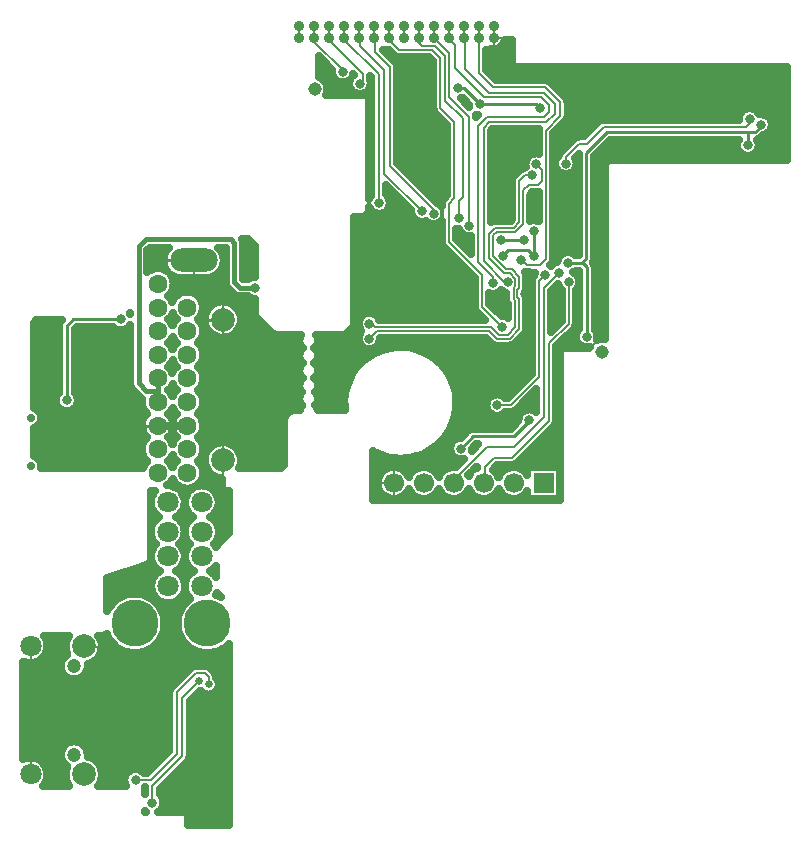
<source format=gbl>
G04 DipTrace 3.3.1.1*
G04 Bottom.gbl*
%MOIN*%
G04 #@! TF.FileFunction,Copper,L2,Bot*
G04 #@! TF.Part,Single*
G04 #@! TA.AperFunction,Conductor*
%ADD10C,0.009843*%
%ADD14C,0.011*%
%ADD15C,0.007*%
G04 #@! TA.AperFunction,CopperBalancing*
%ADD16C,0.025*%
G04 #@! TA.AperFunction,Conductor*
%ADD17C,0.015*%
%ADD18C,0.012992*%
%ADD19C,0.013*%
G04 #@! TA.AperFunction,CopperBalancing*
%ADD22C,0.007008*%
%ADD23C,0.007992*%
G04 #@! TA.AperFunction,ComponentPad*
%ADD34R,0.066929X0.066929*%
%ADD35C,0.066929*%
%ADD43C,0.07874*%
%ADD44O,0.15748X0.07874*%
%ADD45C,0.062992*%
%ADD46C,0.0709*%
%ADD48C,0.027559*%
%ADD57C,0.078699*%
%ADD58C,0.047199*%
%ADD61C,0.035433*%
G04 #@! TA.AperFunction,ViaPad*
%ADD62C,0.0315*%
%ADD64C,0.15628*%
%ADD66C,0.045*%
%ADD68C,0.027748*%
%FSLAX26Y26*%
G04*
G70*
G90*
G75*
G01*
G04 Bottom*
%LPD*%
X2010465Y2302668D2*
D14*
Y2303829D1*
X2026469Y2319833D1*
X2093798D1*
X2113058Y2300573D1*
Y2382932D1*
X2113185Y2383059D1*
X1861535Y2862488D2*
X1878476D1*
X1934403Y2806562D1*
X2119759D1*
X2132794Y2793526D1*
X1869483Y1659403D2*
X1910425Y1700345D1*
X2046783D1*
X2097371Y1750933D1*
Y1754100D1*
X2288969Y2032335D2*
X2290293D1*
Y2264143D1*
X2276003Y2278433D1*
X2226764D1*
X2273457D1*
X2288378Y2293354D1*
Y2644243D1*
X2357719Y2713584D1*
X2826469D1*
X2851469D1*
X2870218Y2732333D1*
Y2738584D1*
X2826469Y2669833D2*
Y2713584D1*
X859159Y1814432D2*
D17*
Y1893172D1*
Y1851587D1*
X820685D1*
X795684Y1876588D1*
Y2332837D1*
X820684Y2357837D1*
X1101934D1*
X1114434Y2345337D1*
Y2214088D1*
X1133185Y2195337D1*
X1182215D1*
X1182719Y2194833D1*
X1532719Y2426084D2*
D18*
X1563969Y2457333D1*
Y2836087D1*
X1555222Y2844833D1*
X1457718D1*
Y2851084D1*
X1813969Y2294835D2*
D19*
X1807718D1*
Y2501182D1*
X1798043Y2510857D1*
X2195218Y1857335D2*
D15*
Y1982333D1*
X2213969Y2001084D1*
X2307719D1*
X2328480Y2021845D1*
Y2154269D1*
X957584Y1735692D2*
D16*
X859159D1*
X675360Y1971912D2*
D10*
X651934Y1995337D1*
X859159Y1735692D2*
X786039D1*
X745685Y1695337D1*
X978765Y2286873D2*
X854150D1*
X845685Y2295337D1*
X1075694Y2089077D2*
X1014444D1*
X1980213Y3029252D2*
D15*
Y3068622D1*
Y3029252D2*
Y2972340D1*
X703976Y916873D2*
Y998123D1*
X614259D1*
X612357Y1000025D1*
X2107719Y2569833D2*
Y2563584D1*
X1563969Y2063584D2*
Y2076084D1*
X2107719Y2569833D2*
X2082717D1*
X2063969Y2551085D1*
Y2413585D1*
X2045218Y2394835D1*
X1982719D1*
X1963969Y2376084D1*
Y2294833D1*
X2013969Y2244833D1*
X2032719D1*
X2051469Y2226084D1*
Y2201084D1*
X2045218Y2194833D1*
Y2157335D1*
X2051469Y2151084D1*
Y2063584D1*
X2026469Y2038584D1*
X1995218D1*
X1970218Y2063584D1*
X1582718D1*
X1570218Y2076084D1*
X1563969D1*
X555776Y1819604D2*
D10*
Y2067630D1*
X578269Y2090123D1*
X735110D1*
X1576469Y2026084D2*
D15*
X1563969D1*
X2120218Y2607335D2*
X2138969Y2588584D1*
Y2551084D1*
X2126469Y2538584D1*
X2095219D1*
X2076469Y2519833D1*
Y2407335D1*
X2051469Y2382335D1*
X1988970D1*
X1976469Y2369833D1*
Y2301084D1*
X2020218Y2257335D1*
X2038969D1*
X2063969Y2232335D1*
Y2194835D1*
X2057718Y2188584D1*
Y2163585D1*
X2063969Y2157335D1*
Y2057333D1*
X2032719Y2026084D1*
X1988969D1*
X1963969Y2051084D1*
X1588969D1*
X1563969Y2026084D1*
X1630213Y3029252D2*
Y3022340D1*
X1663969Y2988584D1*
X1774201D1*
X1801469Y2961316D1*
Y2793266D1*
X1847798Y2746937D1*
Y2493720D1*
X1829256Y2475178D1*
Y2348297D1*
X1939239Y2238314D1*
Y2132063D1*
X2007718Y2063584D1*
X1630213Y3029252D2*
Y3068622D1*
X1930213Y3029252D2*
Y3068622D1*
X2070218Y2288584D2*
X2088967Y2269833D1*
X2132718D1*
X2153496Y2290612D1*
Y2719386D1*
X2201469Y2767358D1*
Y2813584D1*
X2151469Y2863584D1*
X1976469D1*
X1930213Y2909840D1*
Y3029252D1*
X1880213D2*
Y3068622D1*
X2026277Y2215882D2*
X2014835D1*
X1945218Y2285500D1*
Y2729094D1*
X1964469Y2748345D1*
X2154979D1*
X2182718Y2776084D1*
Y2807335D1*
X2145218Y2844835D1*
X1963966D1*
X1882718Y2926084D1*
Y3032696D1*
X1880213Y3030190D1*
Y3029252D1*
X1830213D2*
Y3068622D1*
X1975728Y2212016D2*
Y2230433D1*
X1926215Y2279946D1*
Y2733920D1*
X1955906Y2763612D1*
X2146499D1*
X2163739Y2780852D1*
Y2804598D1*
X2136003Y2832335D1*
X1945936D1*
X1850472Y2927798D1*
Y3005546D1*
X1830213Y3025806D1*
Y3029252D1*
X2002295Y2353165D2*
D14*
X2079066D1*
X2079251Y2352980D1*
X1990778Y1804091D2*
D15*
X2035566D1*
X2129571Y1898094D1*
Y2217176D1*
X2150697Y2238302D1*
X1845218Y1544833D2*
Y1556109D1*
X1955117Y1666008D1*
X2046571D1*
X2145218Y1764655D1*
Y2193890D1*
X2196669Y2245343D1*
X2831986Y2757639D2*
Y2744101D1*
X2820218Y2732335D1*
X2345218D1*
X2288969Y2676084D1*
X2263969D1*
X2219768Y2631883D1*
Y2609406D1*
X1028976Y873123D2*
Y898123D1*
X1016476Y910623D1*
X985226D1*
X922724Y848122D1*
Y641871D1*
X835227Y554374D1*
X785226D1*
X2228860Y2213361D2*
Y2075075D1*
X2163969Y2010184D1*
Y1752591D1*
X2040147Y1628769D1*
X1981224D1*
X1949496Y1597041D1*
Y1549112D1*
X1945218Y1544833D1*
X1897448Y2402188D2*
X1896559D1*
Y2765239D1*
X1830270Y2831528D1*
Y2979194D1*
X1780211Y3029252D1*
Y3068622D1*
X1862722Y2426757D2*
Y2483459D1*
X1876799Y2497537D1*
Y2759504D1*
X1816886Y2819417D1*
Y2966364D1*
X1782165Y3001084D1*
X1738967D1*
X1730213Y3009840D1*
Y3029252D1*
Y3068622D1*
X1580213Y3029252D2*
X1582718D1*
Y2982335D1*
X1632718Y2932335D1*
Y2601604D1*
X1778717Y2455605D1*
Y2442759D1*
X1580213Y3029252D2*
Y3068622D1*
X1738969Y2451084D2*
X1613908Y2576144D1*
Y2919895D1*
X1532719Y3001084D1*
Y3029252D1*
X1530213D1*
Y3068622D1*
X1480211Y3029252D2*
Y3022340D1*
X1595218Y2907335D1*
Y2482335D1*
X1588969D1*
Y2474615D1*
X1591801Y2477448D1*
X1597474D1*
X1480211Y3029252D2*
Y3068622D1*
X1430213Y3029252D2*
Y3022340D1*
X1543593Y2908958D1*
Y2886959D1*
X1532719Y2876084D1*
X1430213Y3029252D2*
Y3068622D1*
X1475381Y2915459D2*
Y2920144D1*
X1380213Y3015312D1*
Y3029252D1*
Y3068622D1*
X1330213Y3029252D2*
Y3068622D1*
X997727Y885623D2*
X941476Y829373D1*
Y635623D1*
X841475Y535622D1*
Y479374D1*
X1680213Y3029252D2*
Y3068622D1*
D62*
X2002295Y2353165D3*
X1563969Y2026084D3*
Y2076084D3*
X2006509Y2437975D3*
X2007719Y2513584D3*
X2826469Y2669833D3*
X1990778Y1804091D3*
X1475381Y2915459D3*
D64*
X782262Y1076510D3*
X1024881Y1076249D3*
D62*
X1532719Y2876084D3*
D16*
X703976Y916873D3*
X1028976Y873123D3*
D62*
X1597474Y2477448D3*
X2010465Y2302668D3*
X2079251Y2352980D3*
X2113185Y2383059D3*
X2207718Y2538584D3*
X2219768Y2609406D3*
X2120218Y2651084D3*
X1738969Y2451084D3*
X2219615Y2679986D3*
X2275766Y2705715D3*
X2249003Y2734339D3*
X2831986Y2757639D3*
X1857719Y1919833D3*
X2220190Y2341265D3*
X2738969Y2907333D3*
X1869483Y1659403D3*
X2288969Y2032335D3*
X2226764Y2278433D3*
X2926467Y2807335D3*
X2097371Y1754100D3*
X2813969Y2907335D3*
X2033248Y1882602D3*
X2260476Y2151328D3*
X2113969Y1844833D3*
X2328480Y2154269D3*
X2870218Y2738584D3*
X1778717Y2442759D3*
D16*
X997727Y885623D3*
D62*
X1862722Y2426757D3*
X1857719Y1869835D3*
X1897448Y2402188D3*
X841475Y479374D3*
X785226Y554374D3*
X1857718Y1819833D3*
X1857719Y1769833D3*
X2007081Y2587605D3*
X2054127Y2687866D3*
X2132794Y2793526D3*
X445661Y666873D3*
X2007718Y2063584D3*
X1975728Y2212016D3*
X1934403Y2806562D3*
X445661Y723122D3*
X1861535Y2862488D3*
X1786778Y2689143D3*
X2228860Y2213361D3*
X2191526Y2184857D3*
X2196669Y2245343D3*
X2150697Y2238302D3*
X2082719Y2176084D3*
X2113058Y2300573D3*
X1609299Y2291993D3*
X1563969Y2276084D3*
X1532719Y2426084D3*
X1798043Y2510857D3*
X1796997Y2601810D3*
X1723954Y2219959D3*
X1677547Y2713938D3*
X2115671Y1618319D3*
X2325638Y2900773D3*
X445661Y785622D3*
X1457718Y2851084D3*
X1737972Y2582755D3*
X2026277Y2215882D3*
X2070218Y2288584D3*
X445661Y848122D3*
X1532940Y2316073D3*
X445661Y904374D3*
X501911Y666873D3*
D66*
X2338969Y1982335D3*
D62*
X1595218Y2226084D3*
X1632719Y2007335D3*
X1813969Y2294835D3*
X1895701Y2203860D3*
X1813969Y1994833D3*
X1890656Y1847703D3*
D66*
X1382719Y2857335D3*
D62*
X1938969Y2007335D3*
X501912Y723122D3*
Y785622D3*
X2195218Y1857335D3*
X2676469Y2669835D3*
X1588969Y1632333D3*
X1751469Y2932335D3*
X1732719Y2294835D3*
X2182719Y2482335D3*
X1770218Y2176084D3*
X1426469Y2882335D3*
X2720217Y2763584D3*
X1776469Y1638584D3*
X2663969Y2907335D3*
X2588969D3*
X2520219D3*
X1895218Y2319833D3*
X501912Y848122D3*
Y904374D3*
X1695218Y1601084D3*
X2107719Y2569833D3*
X2120218Y2607335D3*
X1563969Y2126084D3*
X735226Y566874D3*
X1060226Y548123D3*
Y648123D3*
Y748122D3*
Y841871D3*
X1182719Y2194833D3*
X703976Y1160622D3*
D68*
X651934Y1995337D3*
D62*
X735110Y2090123D3*
X555776Y1819604D3*
X1998941Y2994966D2*
D16*
X2036463D1*
X1630984Y2970097D2*
X1646618D1*
X1956419D2*
X2036463D1*
X1397738Y2945228D2*
X1414268D1*
X1655098D2*
X1775262D1*
X1956419D2*
X2036463D1*
X1397738Y2920360D2*
X1437269D1*
X1658938D2*
X1775262D1*
X1956419D2*
X2955206D1*
X1404411Y2895491D2*
X1442975D1*
X1658938D2*
X1775262D1*
X1980604D2*
X2955206D1*
X1425797Y2870622D2*
X1494684D1*
X1658938D2*
X1775262D1*
X2180444D2*
X2955206D1*
X1426337Y2845753D2*
X1510904D1*
X1554551D2*
X1569000D1*
X1658938D2*
X1775262D1*
X2205310D2*
X2955206D1*
X1658938Y2820885D2*
X1775262D1*
X2226518D2*
X2955206D1*
X1658938Y2796016D2*
X1775262D1*
X2227667D2*
X2955206D1*
X1658938Y2771147D2*
X1787571D1*
X2227667D2*
X2796168D1*
X2887971D2*
X2955206D1*
X1658938Y2746278D2*
X1812438D1*
X2216434D2*
X2323142D1*
X2907852D2*
X2955206D1*
X1658938Y2721409D2*
X1821589D1*
X1973571D2*
X2127358D1*
X2191531D2*
X2298274D1*
X2904299D2*
X2955206D1*
X1658938Y2696541D2*
X1821589D1*
X1971417D2*
X2127286D1*
X2179689D2*
X2249472D1*
X2873295D2*
X2955206D1*
X1658938Y2671672D2*
X1821589D1*
X1971417D2*
X2127286D1*
X2179689D2*
X2223528D1*
X2354660D2*
X2788058D1*
X2864898D2*
X2955206D1*
X1658938Y2646803D2*
X1821589D1*
X1971417D2*
X2127286D1*
X2179689D2*
X2198840D1*
X2329793D2*
X2796346D1*
X2856572D2*
X2955206D1*
X1658938Y2621934D2*
X1821589D1*
X1971417D2*
X2084871D1*
X2316588D2*
X2955206D1*
X1673291Y2597066D2*
X1821589D1*
X1971417D2*
X2081749D1*
X2316588D2*
X2348979D1*
X1698160Y2572197D2*
X1821589D1*
X1971417D2*
X2049059D1*
X2179689D2*
X2260165D1*
X2316588D2*
X2348979D1*
X1723028Y2547328D2*
X1821589D1*
X1971417D2*
X2037756D1*
X2179689D2*
X2260165D1*
X2316588D2*
X2348979D1*
X1747895Y2522459D2*
X1821589D1*
X1971417D2*
X2037756D1*
X2179689D2*
X2260165D1*
X2316588D2*
X2348979D1*
X1629764Y2497591D2*
X1656450D1*
X1772762D2*
X1815633D1*
X1971417D2*
X2037756D1*
X2179689D2*
X2260165D1*
X2316588D2*
X2348979D1*
X1635613Y2472722D2*
X1681318D1*
X1971417D2*
X2037756D1*
X2179689D2*
X2260165D1*
X2316588D2*
X2348979D1*
X1620399Y2447853D2*
X1700659D1*
X1971417D2*
X2037756D1*
X2179689D2*
X2260165D1*
X2316588D2*
X2348979D1*
X1516478Y2422984D2*
X1714045D1*
X1971417D2*
X2037324D1*
X2179689D2*
X2260165D1*
X2316588D2*
X2348979D1*
X1516478Y2398115D2*
X1803037D1*
X2179689D2*
X2260165D1*
X2316588D2*
X2348979D1*
X1516478Y2373247D2*
X1803037D1*
X1855476D2*
X1873621D1*
X2179689D2*
X2260165D1*
X2316588D2*
X2348979D1*
X1516478Y2348378D2*
X1803037D1*
X1865201D2*
X1899996D1*
X2179689D2*
X2260165D1*
X2316588D2*
X2348979D1*
X1516478Y2323509D2*
X1818000D1*
X2179689D2*
X2260165D1*
X2316588D2*
X2348979D1*
X1516478Y2298640D2*
X1842869D1*
X2179689D2*
X2194533D1*
X2316588D2*
X2348979D1*
X1516478Y2273772D2*
X1867736D1*
X2316623D2*
X2348979D1*
X1516478Y2248903D2*
X1892604D1*
X2318490D2*
X2348979D1*
X1516478Y2224034D2*
X1913022D1*
X2090194D2*
X2104392D1*
X2318490D2*
X2348979D1*
X1516478Y2199165D2*
X1913022D1*
X2090194D2*
X2103350D1*
X2318490D2*
X2348979D1*
X1516478Y2174297D2*
X1913022D1*
X2083915D2*
X2103350D1*
X2171436D2*
X2202643D1*
X2318490D2*
X2348979D1*
X1516478Y2149428D2*
X1913022D1*
X2090194D2*
X2103350D1*
X2171436D2*
X2202643D1*
X2318490D2*
X2348979D1*
X1516478Y2124559D2*
X1914241D1*
X2090194D2*
X2103350D1*
X2171436D2*
X2202643D1*
X2318490D2*
X2348979D1*
X1516478Y2099690D2*
X1534336D1*
X1593593D2*
X1935593D1*
X2090194D2*
X2103350D1*
X2171436D2*
X2202643D1*
X2318490D2*
X2348979D1*
X2090194Y2074822D2*
X2103350D1*
X2171436D2*
X2192560D1*
X2318490D2*
X2348979D1*
X1516478Y2049953D2*
X1534588D1*
X2089010D2*
X2103350D1*
X2239759D2*
X2255106D1*
X2322832D2*
X2348979D1*
X1602672Y2025084D2*
X1953930D1*
X2067731D2*
X2103350D1*
X2214892D2*
X2251266D1*
X2326671D2*
X2348979D1*
X1516478Y2000215D2*
X1536490D1*
X1591440D2*
X2103350D1*
X2190168D2*
X2270285D1*
X1760168Y1975346D2*
X2103350D1*
X1795478Y1950478D2*
X2103350D1*
X1818587Y1925609D2*
X2103350D1*
X1834843Y1900740D2*
X2096175D1*
X1846073Y1875871D2*
X2071306D1*
X1853287Y1851003D2*
X2046440D1*
X1856911Y1826134D2*
X1959850D1*
X2093639D2*
X2118997D1*
X1857198Y1801265D2*
X1952423D1*
X2068772D2*
X2118997D1*
X1854112Y1776396D2*
X1965341D1*
X2016201D2*
X2066642D1*
X1847474Y1751528D2*
X2058999D1*
X1836924Y1726659D2*
X2034239D1*
X2174055D2*
X2198983D1*
X1821566Y1701790D2*
X1873010D1*
X2149188D2*
X2198983D1*
X1799748Y1676921D2*
X1835584D1*
X2124320D2*
X2198983D1*
X1767058Y1652052D2*
X1831780D1*
X2099453D2*
X2198983D1*
X1578953Y1627184D2*
X1641450D1*
X1696114D2*
X1851014D1*
X2074583D2*
X2198983D1*
X1578953Y1602315D2*
X1855392D1*
X1990795D2*
X2198983D1*
X1578953Y1577446D2*
X1600076D1*
X1578953Y1527709D2*
X1591857D1*
X1578953Y1502840D2*
X1609298D1*
X1681151D2*
X1709307D1*
X1781160D2*
X1809281D1*
X1881133D2*
X1909290D1*
X1981142D2*
X2009299D1*
X2100731Y1598507D2*
X2198891D1*
Y1491160D1*
X2091545D1*
Y1517751D1*
X2088640Y1513285D1*
X2083171Y1506881D1*
X2076766Y1501411D1*
X2069585Y1497010D1*
X2061803Y1493787D1*
X2053614Y1491822D1*
X2045218Y1491160D1*
X2036822Y1491822D1*
X2028633Y1493787D1*
X2020850Y1497010D1*
X2013669Y1501411D1*
X2007265Y1506881D1*
X2001795Y1513285D1*
X1997395Y1520466D1*
X1995238Y1525360D1*
X1993041Y1520466D1*
X1988640Y1513285D1*
X1983171Y1506881D1*
X1976766Y1501411D1*
X1969585Y1497010D1*
X1961803Y1493787D1*
X1953614Y1491822D1*
X1945218Y1491160D1*
X1936822Y1491822D1*
X1928633Y1493787D1*
X1920850Y1497010D1*
X1913669Y1501411D1*
X1907264Y1506881D1*
X1901795Y1513285D1*
X1897395Y1520466D1*
X1895238Y1525360D1*
X1893041Y1520466D1*
X1888640Y1513285D1*
X1883171Y1506881D1*
X1876766Y1501411D1*
X1869585Y1497010D1*
X1861803Y1493787D1*
X1853614Y1491822D1*
X1845218Y1491160D1*
X1836822Y1491822D1*
X1828633Y1493787D1*
X1820850Y1497010D1*
X1813669Y1501411D1*
X1807265Y1506881D1*
X1801795Y1513285D1*
X1797395Y1520466D1*
X1795238Y1525360D1*
X1793041Y1520466D1*
X1788640Y1513285D1*
X1783171Y1506881D1*
X1776766Y1501411D1*
X1769585Y1497010D1*
X1761803Y1493787D1*
X1753614Y1491822D1*
X1745218Y1491160D1*
X1736822Y1491822D1*
X1728633Y1493787D1*
X1720850Y1497010D1*
X1713669Y1501411D1*
X1707265Y1506881D1*
X1701795Y1513285D1*
X1697395Y1520466D1*
X1695238Y1525360D1*
X1691970Y1518470D1*
X1687934Y1512335D1*
X1683098Y1506808D1*
X1677554Y1501993D1*
X1671403Y1497982D1*
X1664762Y1494845D1*
X1657757Y1492646D1*
X1650516Y1491423D1*
X1643176Y1491199D1*
X1635874Y1491979D1*
X1628748Y1493749D1*
X1621929Y1496476D1*
X1615547Y1500108D1*
X1609719Y1504576D1*
X1604556Y1509798D1*
X1600155Y1515676D1*
X1596597Y1522100D1*
X1593949Y1528949D1*
X1592261Y1536096D1*
X1591563Y1543406D1*
X1591871Y1550743D1*
X1593177Y1557969D1*
X1595455Y1564949D1*
X1598668Y1571554D1*
X1602751Y1577657D1*
X1607629Y1583146D1*
X1613210Y1587919D1*
X1619391Y1591885D1*
X1626055Y1594969D1*
X1633077Y1597115D1*
X1640327Y1598283D1*
X1647668Y1598450D1*
X1654965Y1597614D1*
X1662077Y1595790D1*
X1668875Y1593012D1*
X1675230Y1589332D1*
X1681022Y1584819D1*
X1686146Y1579558D1*
X1690501Y1573646D1*
X1694009Y1567196D1*
X1695217Y1564332D1*
X1697395Y1569201D1*
X1701795Y1576382D1*
X1707265Y1582786D1*
X1713669Y1588256D1*
X1720850Y1592656D1*
X1728633Y1595879D1*
X1736822Y1597845D1*
X1745218Y1598507D1*
X1753614Y1597845D1*
X1761803Y1595879D1*
X1769585Y1592656D1*
X1776766Y1588256D1*
X1783171Y1582786D1*
X1788640Y1576382D1*
X1793041Y1569201D1*
X1795198Y1564307D1*
X1797395Y1569201D1*
X1801795Y1576382D1*
X1807265Y1582786D1*
X1813669Y1588256D1*
X1820850Y1592656D1*
X1828633Y1595879D1*
X1836822Y1597845D1*
X1845218Y1598507D1*
X1853434Y1597867D1*
X1880594Y1625205D1*
X1875108Y1623887D1*
X1869483Y1623444D1*
X1863857Y1623887D1*
X1858371Y1625205D1*
X1853157Y1627364D1*
X1848346Y1630312D1*
X1844056Y1633976D1*
X1840392Y1638266D1*
X1837444Y1643077D1*
X1835285Y1648291D1*
X1833967Y1653778D1*
X1833525Y1659403D1*
X1833967Y1665028D1*
X1835285Y1670514D1*
X1837444Y1675728D1*
X1840392Y1680539D1*
X1844056Y1684829D1*
X1848346Y1688493D1*
X1853157Y1691442D1*
X1858371Y1693601D1*
X1863857Y1694919D1*
X1869075Y1695345D1*
X1893728Y1719894D1*
X1896992Y1722265D1*
X1900587Y1724097D1*
X1904424Y1725344D1*
X1908408Y1725975D1*
X2029848Y1726054D1*
X2036127D1*
X2061514Y1751434D1*
X2061524Y1756921D1*
X2062407Y1762495D1*
X2064150Y1767861D1*
X2066711Y1772888D1*
X2070028Y1777453D1*
X2074018Y1781444D1*
X2078583Y1784760D1*
X2083609Y1787322D1*
X2088976Y1789064D1*
X2094550Y1789948D1*
X2100193D1*
X2105766Y1789064D1*
X2111133Y1787322D1*
X2116160Y1784760D1*
X2121510Y1780717D1*
X2121509Y1856483D1*
X2050965Y1786062D1*
X2046331Y1782966D1*
X2041101Y1781037D1*
X2035559Y1780382D1*
X2017803D1*
X2014131Y1776747D1*
X2009567Y1773430D1*
X2004539Y1770869D1*
X1999173Y1769126D1*
X1993600Y1768243D1*
X1987957D1*
X1982383Y1769126D1*
X1977017Y1770869D1*
X1971990Y1773430D1*
X1967425Y1776747D1*
X1963434Y1780738D1*
X1960118Y1785302D1*
X1957556Y1790329D1*
X1955814Y1795696D1*
X1954930Y1801269D1*
Y1806912D1*
X1955814Y1812486D1*
X1957556Y1817852D1*
X1960118Y1822879D1*
X1963434Y1827444D1*
X1967425Y1831434D1*
X1971990Y1834751D1*
X1977017Y1837312D1*
X1982383Y1839055D1*
X1987957Y1839938D1*
X1993600D1*
X1999173Y1839055D1*
X2004539Y1837312D1*
X2009567Y1834751D1*
X2014131Y1831434D1*
X2017799Y1827793D1*
X2025765Y1827799D1*
X2105861Y1907913D1*
X2105936Y2219035D1*
X2107022Y2224503D1*
X2109356Y2229563D1*
X2112806Y2233941D1*
X2114811Y2235945D1*
X2114849Y2241123D1*
X2115618Y2246123D1*
X2087109Y2246198D1*
X2083427Y2246782D1*
X2083150Y2246270D1*
X2085873Y2241408D1*
X2087386Y2236043D1*
X2087677Y2232335D1*
X2087604Y2192975D1*
X2086517Y2187508D1*
X2084184Y2182448D1*
X2081992Y2179432D1*
X2081997Y2172732D1*
X2085093Y2168098D1*
X2087022Y2162869D1*
X2087677Y2157335D1*
X2087604Y2055474D1*
X2086517Y2050007D1*
X2084184Y2044946D1*
X2080734Y2040568D1*
X2048117Y2008055D1*
X2043483Y2004959D1*
X2038253Y2003030D1*
X2032719Y2002375D1*
X1987109Y2002449D1*
X1981642Y2003535D1*
X1976581Y2005869D1*
X1972203Y2009319D1*
X1954163Y2027361D1*
X1600139Y2027375D1*
X1599886Y2022375D1*
X1598167Y2014972D1*
X1596008Y2009759D1*
X1593059Y2004948D1*
X1589395Y2000657D1*
X1585105Y1996993D1*
X1580294Y1994045D1*
X1575079Y1991886D1*
X1572807Y1991173D1*
X1574626Y1988866D1*
X1575857Y1986197D1*
X1576430Y1983315D1*
X1576469Y1982331D1*
X1584496Y1977772D1*
X1601261Y1985266D1*
X1618685Y1991073D1*
X1636594Y1995135D1*
X1654819Y1997413D1*
X1673178Y1997885D1*
X1691495Y1996546D1*
X1709589Y1993409D1*
X1727289Y1988505D1*
X1744416Y1981882D1*
X1760811Y1973602D1*
X1776310Y1963749D1*
X1790761Y1952417D1*
X1804028Y1939717D1*
X1815978Y1925770D1*
X1826495Y1910717D1*
X1835479Y1894698D1*
X1842841Y1877873D1*
X1848510Y1860404D1*
X1852432Y1842463D1*
X1854566Y1824222D1*
X1854986Y1811728D1*
X1854080Y1793386D1*
X1851371Y1775220D1*
X1846887Y1757412D1*
X1840671Y1740131D1*
X1832782Y1723546D1*
X1823298Y1707819D1*
X1812308Y1693104D1*
X1799927Y1679541D1*
X1786268Y1667265D1*
X1771465Y1656394D1*
X1755664Y1647034D1*
X1739018Y1639276D1*
X1721689Y1633196D1*
X1703844Y1628852D1*
X1685659Y1626286D1*
X1667310Y1625525D1*
X1648974Y1626576D1*
X1630832Y1629427D1*
X1613058Y1634051D1*
X1595827Y1640404D1*
X1579304Y1648424D1*
X1576482Y1650063D1*
X1576469Y1488604D1*
X2201451Y1488584D1*
X2201622Y1984290D1*
X2202420Y1987118D1*
X2203856Y1989682D1*
X2205850Y1991840D1*
X2208294Y1993472D1*
X2211050Y1994490D1*
X2213972Y1994835D1*
X2298117D1*
X2299207Y1997856D1*
X2294592Y1996819D1*
X2288969Y1996377D1*
X2283344Y1996819D1*
X2277857Y1998136D1*
X2272643Y2000295D1*
X2267832Y2003244D1*
X2263541Y2006908D1*
X2259878Y2011198D1*
X2256929Y2016009D1*
X2254770Y2021223D1*
X2253453Y2026710D1*
X2253009Y2032335D1*
X2253453Y2037959D1*
X2254770Y2043446D1*
X2256929Y2048660D1*
X2259878Y2053471D1*
X2263541Y2057761D1*
X2264587Y2058727D1*
X2264375Y2207736D1*
X2263058Y2202249D1*
X2260899Y2197035D1*
X2257950Y2192224D1*
X2254286Y2187934D1*
X2252562Y2186340D1*
X2252495Y2073215D1*
X2251408Y2067748D1*
X2249075Y2062688D1*
X2245625Y2058310D1*
X2187696Y2000382D1*
X2187604Y1750731D1*
X2186517Y1745264D1*
X2184184Y1740203D1*
X2180734Y1735825D1*
X2055545Y1610740D1*
X2050911Y1607644D1*
X2045681Y1605715D1*
X2040147Y1605060D1*
X1991021D1*
X1975280Y1589295D1*
X1980076Y1585647D1*
X1986031Y1579692D1*
X1990982Y1572878D1*
X1994806Y1565373D1*
X1995198Y1564307D1*
X1997395Y1569201D1*
X2001795Y1576382D1*
X2007265Y1582786D1*
X2013669Y1588256D1*
X2020850Y1592656D1*
X2028633Y1595879D1*
X2036822Y1597845D1*
X2045218Y1598507D1*
X2053614Y1597845D1*
X2061803Y1595879D1*
X2069585Y1592656D1*
X2076766Y1588256D1*
X2083171Y1582786D1*
X2088640Y1576382D1*
X2091537Y1571886D1*
X2091545Y1598507D1*
X2100731D1*
X1546230Y1994837D2*
X1542832Y1996993D1*
X1538542Y2000657D1*
X1534878Y2004948D1*
X1531929Y2009759D1*
X1529770Y2014972D1*
X1528451Y2020459D1*
X1528009Y2026084D1*
X1528451Y2031709D1*
X1529770Y2037196D1*
X1531929Y2042409D1*
X1534878Y2047220D1*
X1538130Y2051066D1*
X1534878Y2054948D1*
X1531929Y2059759D1*
X1529770Y2064972D1*
X1528451Y2070459D1*
X1528009Y2076084D1*
X1528451Y2081709D1*
X1529770Y2087196D1*
X1531929Y2092409D1*
X1534878Y2097220D1*
X1538542Y2101510D1*
X1542832Y2105175D1*
X1547643Y2108123D1*
X1552857Y2110282D1*
X1558344Y2111600D1*
X1563969Y2112042D1*
X1569593Y2111600D1*
X1575079Y2110282D1*
X1580294Y2108123D1*
X1585105Y2105175D1*
X1589395Y2101510D1*
X1593059Y2097220D1*
X1596008Y2092409D1*
X1598133Y2087289D1*
X1950495Y2087293D1*
X1921210Y2116665D1*
X1918114Y2121299D1*
X1916185Y2126529D1*
X1915530Y2132071D1*
Y2228484D1*
X1811227Y2332899D1*
X1808131Y2337533D1*
X1806202Y2342762D1*
X1805547Y2348304D1*
Y2418808D1*
X1802070Y2415415D1*
X1797505Y2412098D1*
X1792478Y2409537D1*
X1787112Y2407794D1*
X1781538Y2406911D1*
X1775895D1*
X1770322Y2407794D1*
X1764955Y2409537D1*
X1759928Y2412098D1*
X1755364Y2415415D1*
X1752730Y2417862D1*
X1747364Y2416119D1*
X1741790Y2415236D1*
X1736147D1*
X1730573Y2416119D1*
X1725207Y2417862D1*
X1720180Y2420424D1*
X1715615Y2423740D1*
X1711625Y2427731D1*
X1708308Y2432295D1*
X1705745Y2437323D1*
X1704004Y2442689D1*
X1703121Y2448262D1*
X1703102Y2453432D1*
X1618907Y2537617D1*
X1618927Y2506329D1*
X1622900Y2502874D1*
X1626563Y2498584D1*
X1629513Y2493773D1*
X1631672Y2488559D1*
X1632990Y2483072D1*
X1633432Y2477448D1*
X1632990Y2471823D1*
X1631672Y2466336D1*
X1629513Y2461122D1*
X1626563Y2456311D1*
X1622900Y2452021D1*
X1618610Y2448357D1*
X1613799Y2445408D1*
X1608585Y2443249D1*
X1603098Y2441932D1*
X1597474Y2441490D1*
X1591849Y2441932D1*
X1586362Y2443249D1*
X1581148Y2445408D1*
X1576337Y2448357D1*
X1572047Y2452021D1*
X1568383Y2456311D1*
X1565434Y2461122D1*
X1563966Y2464463D1*
X1563815Y2442879D1*
X1563017Y2440051D1*
X1561581Y2437487D1*
X1559587Y2435329D1*
X1557143Y2433697D1*
X1554387Y2432680D1*
X1551465Y2432335D1*
X1513970D1*
X1513969Y1994811D1*
X1546144Y1994835D1*
X2862316Y2667012D2*
X2861433Y2661438D1*
X2859690Y2656072D1*
X2857127Y2651045D1*
X2853812Y2646480D1*
X2849822Y2642490D1*
X2845257Y2639173D1*
X2840230Y2636612D1*
X2834864Y2634869D1*
X2829290Y2633986D1*
X2823647D1*
X2818073Y2634869D1*
X2812707Y2636612D1*
X2807680Y2639173D1*
X2803114Y2642490D1*
X2799125Y2646480D1*
X2795808Y2651045D1*
X2793247Y2656072D1*
X2791504Y2661438D1*
X2790621Y2667012D1*
Y2672655D1*
X2791504Y2678228D1*
X2793247Y2683594D1*
X2795394Y2687881D1*
X2368335Y2687875D1*
X2314062Y2633568D1*
X2314008Y2291337D1*
X2313377Y2287353D1*
X2312130Y2283516D1*
X2311281Y2281676D1*
X2311092Y2279255D1*
X2313199Y2275815D1*
X2314743Y2272088D1*
X2315685Y2268165D1*
X2316001Y2264135D1*
Y2056051D1*
X2319629Y2051123D1*
X2322190Y2046096D1*
X2323933Y2040730D1*
X2324815Y2035156D1*
Y2029513D1*
X2323933Y2023940D1*
X2323416Y2022104D1*
X2328999Y2023864D1*
X2335618Y2024912D1*
X2342319D1*
X2348938Y2023864D1*
X2351472Y2023148D1*
X2351621Y2609289D1*
X2352420Y2612117D1*
X2353856Y2614681D1*
X2355850Y2616839D1*
X2358294Y2618471D1*
X2361050Y2619488D1*
X2363972Y2619833D1*
X2957744D1*
X2957719Y2932336D1*
X2049513Y2932488D1*
X2046685Y2933285D1*
X2044121Y2934722D1*
X2041963Y2936715D1*
X2040331Y2939159D1*
X2039314Y2941916D1*
X2038969Y2944833D1*
Y3019867D1*
X2016983Y3019833D1*
X2014589Y3013235D1*
X2011908Y3008425D1*
X2008558Y3004055D1*
X2004610Y3000215D1*
X2000147Y2996988D1*
X1995265Y2994442D1*
X1990064Y2992629D1*
X1984657Y2991588D1*
X1979156Y2991341D1*
X1973676Y2991894D1*
X1970978Y2992480D1*
X1970976Y2987827D1*
X1953932D1*
X1953921Y2919626D1*
X1986281Y2887301D1*
X2153327Y2887219D1*
X2158795Y2886133D1*
X2163857Y2883799D1*
X2168238Y2880344D1*
X2219497Y2828982D1*
X2222593Y2824348D1*
X2224522Y2819118D1*
X2225177Y2813576D1*
X2225104Y2765499D1*
X2224017Y2760031D1*
X2221684Y2754971D1*
X2218228Y2750589D1*
X2177203Y2709564D1*
X2177131Y2288752D1*
X2176045Y2283285D1*
X2173711Y2278224D1*
X2170256Y2273843D1*
X2171243Y2270769D1*
X2175533Y2274433D1*
X2180345Y2277382D1*
X2185559Y2279541D1*
X2190883Y2280827D1*
X2191799Y2286828D1*
X2193542Y2292194D1*
X2196102Y2297222D1*
X2199420Y2301786D1*
X2203411Y2305777D1*
X2207975Y2309093D1*
X2213003Y2311655D1*
X2218369Y2313398D1*
X2223942Y2314281D1*
X2229585D1*
X2235159Y2313398D1*
X2240525Y2311655D1*
X2245552Y2309093D1*
X2250117Y2305777D1*
X2251891Y2304136D1*
X2262684Y2304142D1*
X2262668Y2641252D1*
X2250106Y2628693D1*
X2252990Y2623167D1*
X2254732Y2617801D1*
X2255615Y2612227D1*
Y2606584D1*
X2254732Y2601010D1*
X2252990Y2595644D1*
X2250428Y2590617D1*
X2247112Y2586052D1*
X2243121Y2582062D1*
X2238556Y2578745D1*
X2233529Y2576184D1*
X2228163Y2574441D1*
X2222589Y2573558D1*
X2216946D1*
X2211373Y2574441D1*
X2206005Y2576184D1*
X2200979Y2578745D1*
X2196415Y2582062D1*
X2192424Y2586052D1*
X2189108Y2590617D1*
X2186546Y2595644D1*
X2184803Y2601010D1*
X2183920Y2606584D1*
Y2612227D1*
X2184803Y2617801D1*
X2186546Y2623167D1*
X2189108Y2628194D1*
X2192424Y2632759D1*
X2196596Y2636892D1*
X2197864Y2640957D1*
X2200587Y2645819D1*
X2203003Y2648648D1*
X2248571Y2694113D1*
X2253203Y2697209D1*
X2258434Y2699138D1*
X2263976Y2699793D1*
X2279147D1*
X2329822Y2750364D1*
X2334455Y2753459D1*
X2339685Y2755388D1*
X2345227Y2756043D1*
X2796033D1*
X2796470Y2763264D1*
X2797787Y2768751D1*
X2799946Y2773965D1*
X2802895Y2778776D1*
X2806559Y2783066D1*
X2810849Y2786730D1*
X2815660Y2789678D1*
X2820874Y2791837D1*
X2826361Y2793155D1*
X2831986Y2793598D1*
X2837610Y2793155D1*
X2843097Y2791837D1*
X2848311Y2789678D1*
X2853122Y2786730D1*
X2857412Y2783066D1*
X2861076Y2778776D1*
X2864009Y2773993D1*
X2870218Y2774542D1*
X2875843Y2774100D1*
X2881329Y2772782D1*
X2886543Y2770623D1*
X2891354Y2767675D1*
X2895644Y2764010D1*
X2899308Y2759720D1*
X2902257Y2754909D1*
X2904416Y2749696D1*
X2905734Y2744209D1*
X2906176Y2738584D1*
X2905734Y2732959D1*
X2904416Y2727472D1*
X2902257Y2722259D1*
X2899308Y2717448D1*
X2895644Y2713157D1*
X2891354Y2709493D1*
X2886543Y2706545D1*
X2881329Y2704386D1*
X2877671Y2703432D1*
X2868164Y2694035D1*
X2864902Y2691664D1*
X2861307Y2689832D1*
X2857462Y2688584D1*
X2860667Y2680945D1*
X2861984Y2675458D1*
X2862427Y2669833D1*
X2862316Y2667012D1*
X1510614Y2908417D2*
X1509178Y2903261D1*
X1512950Y2906088D1*
X1498887Y2888259D2*
X1494169Y2884799D1*
X1489142Y2882238D1*
X1483776Y2880495D1*
X1478202Y2879612D1*
X1472559D1*
X1466986Y2880495D1*
X1461619Y2882238D1*
X1456591Y2884799D1*
X1452028Y2888115D1*
X1448037Y2892106D1*
X1444720Y2896671D1*
X1442159Y2901698D1*
X1440416Y2907064D1*
X1439533Y2912638D1*
Y2918281D1*
X1440039Y2921961D1*
X1395206Y2966789D1*
X1395219Y2898164D1*
X1402109Y2895388D1*
X1407823Y2891887D1*
X1412919Y2887534D1*
X1417272Y2882438D1*
X1420773Y2876724D1*
X1423336Y2870533D1*
X1424902Y2864016D1*
X1425428Y2857335D1*
X1424902Y2850654D1*
X1423336Y2844136D1*
X1421063Y2838576D1*
X1553424Y2838430D1*
X1556252Y2837633D1*
X1558816Y2836197D1*
X1560974Y2834202D1*
X1562606Y2831759D1*
X1563623Y2829003D1*
X1563969Y2826080D1*
Y2490531D1*
X1566812Y2496236D1*
X1570130Y2500801D1*
X1571516Y2502299D1*
X1571509Y2897479D1*
X1567303Y2899772D1*
Y2886951D1*
X1568567Y2878906D1*
Y2873262D1*
X1567684Y2867689D1*
X1565941Y2862323D1*
X1563379Y2857295D1*
X1560062Y2852731D1*
X1556072Y2848740D1*
X1551508Y2845424D1*
X1546480Y2842862D1*
X1541114Y2841119D1*
X1535541Y2840236D1*
X1529898D1*
X1524324Y2841119D1*
X1518958Y2842862D1*
X1513930Y2845424D1*
X1509366Y2848740D1*
X1505375Y2852731D1*
X1502059Y2857295D1*
X1499497Y2862323D1*
X1497755Y2867689D1*
X1496871Y2873262D1*
Y2878906D1*
X1497755Y2884479D1*
X1498920Y2888282D1*
X2251891Y2252730D2*
X2247900Y2249343D1*
X2243079Y2246388D1*
X2247647Y2244021D1*
X2252213Y2240705D1*
X2256203Y2236714D1*
X2259520Y2232150D1*
X2262081Y2227122D1*
X2263824Y2221756D1*
X2264584Y2217223D1*
Y2252699D1*
X2251924Y2252724D1*
X1791514Y2476335D2*
X1797505Y2473419D1*
X1802070Y2470102D1*
X1805543Y2466671D1*
X1805621Y2477038D1*
X1806707Y2482505D1*
X1809041Y2487566D1*
X1812496Y2491948D1*
X1824087Y2503539D1*
X1824089Y2737123D1*
X1783440Y2777869D1*
X1780344Y2782503D1*
X1778415Y2787732D1*
X1777760Y2793274D1*
Y2951480D1*
X1764379Y2964877D1*
X1662109Y2964949D1*
X1656642Y2966035D1*
X1651580Y2968369D1*
X1647199Y2971824D1*
X1631081Y2987827D1*
X1610735D1*
X1650747Y2947732D1*
X1653843Y2943098D1*
X1655772Y2937869D1*
X1656427Y2932335D1*
Y2611423D1*
X1791450Y2476402D1*
X1863328Y2390823D2*
X1857097Y2391241D1*
X1852958Y2392178D1*
X1852965Y2358088D1*
X1902528Y2308554D1*
X1902507Y2366606D1*
X1897448Y2366228D1*
X1891823Y2366672D1*
X1886336Y2367990D1*
X1881122Y2370148D1*
X1876311Y2373097D1*
X1872021Y2376761D1*
X1868357Y2381051D1*
X1865408Y2385862D1*
X1863350Y2390797D1*
X2205157Y2186340D2*
X2201516Y2190008D1*
X2198199Y2194572D1*
X2195638Y2199600D1*
X2193895Y2204966D1*
X2193264Y2208404D1*
X2168903Y2184047D1*
X2168927Y2048667D1*
X2205133Y2084877D1*
X2205151Y2186352D1*
X2166832Y2270429D2*
X2169531Y2268930D1*
X1982755Y2418543D2*
X2035433D1*
X2040259Y2423382D1*
X2040333Y2552945D1*
X2041420Y2558412D1*
X2043753Y2563472D1*
X2047230Y2567875D1*
X2067319Y2587862D1*
X2071953Y2590958D1*
X2077182Y2592887D1*
X2080623Y2593454D1*
X2084365Y2597177D1*
X2085483Y2598058D1*
X2084370Y2604513D1*
Y2610156D1*
X2085253Y2615730D1*
X2086996Y2621096D1*
X2089558Y2626123D1*
X2092874Y2630688D1*
X2096865Y2634678D1*
X2101429Y2637995D1*
X2106457Y2640556D1*
X2111823Y2642299D1*
X2117396Y2643182D1*
X2123039D1*
X2129790Y2641967D1*
X2129861Y2721245D1*
X2130080Y2723102D1*
X2127420Y2724636D1*
X1974302D1*
X1968927Y2719298D1*
Y2414139D1*
X1970325Y2415046D2*
X1975392Y2417383D1*
X1980860Y2418470D1*
X1982727Y2418543D1*
X1645218Y1598471D2*
D22*
Y1491196D1*
X1591580Y1544833D2*
X1645218D1*
X1980213Y3029252D2*
Y2991362D1*
Y3029252D2*
X2018102D1*
X1620998Y2981613D2*
D16*
X1633366D1*
X1957520D2*
X2010473D1*
X1645866Y2956744D2*
X1768470D1*
X1957520D2*
X2010473D1*
X1660004Y2931875D2*
X1774176D1*
X1957520D2*
X2012806D1*
X1423707Y2907007D2*
X1436829D1*
X1660004D2*
X1774176D1*
X1970618D2*
X2044420D1*
X1423707Y2882138D2*
X1456708D1*
X1660004D2*
X1774176D1*
X2170421D2*
X2929252D1*
X1660004Y2857269D2*
X1774176D1*
X2195361D2*
X2929252D1*
X1660004Y2832400D2*
X1774176D1*
X2220228D2*
X2929252D1*
X1660004Y2807532D2*
X1774176D1*
X2228769D2*
X2929252D1*
X1660004Y2782663D2*
X1776544D1*
X2228769D2*
X2802186D1*
X2861802D2*
X2929252D1*
X1660004Y2757794D2*
X1799366D1*
X2226831D2*
X2792461D1*
X2904396D2*
X2929252D1*
X1660004Y2732925D2*
X1820502D1*
X2204583D2*
X2308240D1*
X2909312D2*
X2929252D1*
X1660004Y2708056D2*
X1820502D1*
X1972520D2*
X2126200D1*
X2180792D2*
X2283372D1*
X2893703D2*
X2929252D1*
X1660004Y2683188D2*
X1820502D1*
X1972520D2*
X2126200D1*
X2180792D2*
X2233529D1*
X2367712D2*
X2789411D1*
X2863524D2*
X2929252D1*
X1660004Y2658319D2*
X1820502D1*
X1972520D2*
X2126200D1*
X2180792D2*
X2208626D1*
X2342845D2*
X2788765D1*
X2864170D2*
X2929252D1*
X1660004Y2633450D2*
X1820502D1*
X1972520D2*
X2091464D1*
X2180792D2*
X2189081D1*
X2317977D2*
X2333251D1*
X1663306Y2608581D2*
X1820502D1*
X1972520D2*
X2080698D1*
X1688173Y2583713D2*
X1820502D1*
X1972520D2*
X2059024D1*
X2180792D2*
X2190600D1*
X2248936D2*
X2259079D1*
X1713041Y2558844D2*
X1820502D1*
X1972520D2*
X2037925D1*
X2180792D2*
X2259079D1*
X1737909Y2533975D2*
X1820502D1*
X1972520D2*
X2036669D1*
X2180792D2*
X2259079D1*
X1622505Y2509106D2*
X1643378D1*
X1762777D2*
X1820502D1*
X1972520D2*
X2036669D1*
X2103748D2*
X2126200D1*
X2180792D2*
X2259079D1*
X1636393Y2484238D2*
X1668246D1*
X1787644D2*
X1803673D1*
X1972520D2*
X2036669D1*
X2103748D2*
X2126200D1*
X2180792D2*
X2259079D1*
X1632302Y2459369D2*
X1693113D1*
X1972520D2*
X2036669D1*
X2103748D2*
X2126200D1*
X2180792D2*
X2259079D1*
X1590640Y2434500D2*
X1703340D1*
X1972520D2*
X2036669D1*
X2103748D2*
X2126200D1*
X2180792D2*
X2259079D1*
X1569648Y2409631D2*
X1759643D1*
X2180792D2*
X2259079D1*
X1542448Y2384762D2*
X1801950D1*
X2180792D2*
X2259079D1*
X1542448Y2359894D2*
X1801950D1*
X1856542D2*
X1898909D1*
X2180792D2*
X2259079D1*
X1145712Y2335025D2*
X1179216D1*
X1542448D2*
X1805826D1*
X1880082D2*
X1898909D1*
X2180792D2*
X2259079D1*
X826989Y2310156D2*
X880875D1*
X1145712D2*
X1179216D1*
X1542448D2*
X1829832D1*
X2180792D2*
X2205145D1*
X2248397D2*
X2259079D1*
X826989Y2285287D2*
X876246D1*
X1145712D2*
X1179216D1*
X1542448D2*
X1854700D1*
X2180217D2*
X2187869D1*
X826989Y2260419D2*
X849404D1*
X868902D2*
X882310D1*
X1075236D2*
X1083154D1*
X1145712D2*
X1179216D1*
X1542448D2*
X1879568D1*
X1052987Y2235550D2*
X1083154D1*
X1145712D2*
X1179216D1*
X1542448D2*
X1904435D1*
X2091045D2*
X2110375D1*
X914367Y2210681D2*
X1083333D1*
X1542448D2*
X1911935D1*
X2091261D2*
X2102265D1*
X909487Y2185812D2*
X1099481D1*
X1542448D2*
X1911935D1*
X2089574D2*
X2102265D1*
X2174691D2*
X2201556D1*
X903996Y2160944D2*
X912754D1*
X1002391D2*
X1165257D1*
X1542448D2*
X1911935D1*
X1966527D2*
X2017937D1*
X2091009D2*
X2102265D1*
X2172502D2*
X2201556D1*
X1012438Y2136075D2*
X1034854D1*
X1116538D2*
X1179216D1*
X1542448D2*
X1911935D1*
X1972771D2*
X2024181D1*
X2091261D2*
X2102265D1*
X2172502D2*
X2201556D1*
X1134660Y2111206D2*
X1179216D1*
X1578224D2*
X1922521D1*
X1997639D2*
X2024181D1*
X2091261D2*
X2102265D1*
X2172502D2*
X2201556D1*
X456162Y2086337D2*
X534915D1*
X900551D2*
X916185D1*
X998982D2*
X1012606D1*
X1138787D2*
X1196799D1*
X2091261D2*
X2102265D1*
X2172502D2*
X2201556D1*
X448698Y2061469D2*
X527057D1*
X589184D2*
X709133D1*
X1132220D2*
X1221667D1*
X1512520D2*
X1527436D1*
X2091261D2*
X2102265D1*
X2252093D2*
X2261017D1*
X448698Y2036600D2*
X527057D1*
X584484D2*
X764395D1*
X1010967D2*
X1042748D1*
X1108608D2*
X1334487D1*
X1390442D2*
X1525965D1*
X2080782D2*
X2102265D1*
X2227943D2*
X2249677D1*
X448698Y2011731D2*
X527057D1*
X584484D2*
X764395D1*
X897322D2*
X919414D1*
X995752D2*
X1329607D1*
X1395287D2*
X1527328D1*
X1600616D2*
X1965761D1*
X2055915D2*
X2102265D1*
X448698Y1986862D2*
X527057D1*
X584484D2*
X764395D1*
X1010716D2*
X1334666D1*
X1390227D2*
X1599886D1*
X1737658D2*
X2102265D1*
X448698Y1961993D2*
X527057D1*
X584484D2*
X764395D1*
X1011936D2*
X1329535D1*
X1395359D2*
X1554493D1*
X1783087D2*
X2102265D1*
X448698Y1937125D2*
X527057D1*
X584484D2*
X764395D1*
X901377D2*
X915395D1*
X999771D2*
X1334846D1*
X1390048D2*
X1527149D1*
X1810395D2*
X2102265D1*
X448698Y1912256D2*
X527057D1*
X584484D2*
X764395D1*
X1009316D2*
X1329499D1*
X1395394D2*
X1508238D1*
X1829306D2*
X2102265D1*
X448698Y1887387D2*
X527057D1*
X584484D2*
X764395D1*
X1012546D2*
X1335061D1*
X1389868D2*
X1494961D1*
X1842619D2*
X2081309D1*
X448698Y1862518D2*
X527057D1*
X584484D2*
X768055D1*
X1003073D2*
X1329427D1*
X1395466D2*
X1485990D1*
X1851554D2*
X2056441D1*
X448698Y1837650D2*
X520921D1*
X590620D2*
X791416D1*
X1007486D2*
X1331508D1*
X1393385D2*
X1480787D1*
X1856757D2*
X1972615D1*
X2008942D2*
X2031573D1*
X2106691D2*
X2117938D1*
X448698Y1812781D2*
X516866D1*
X594675D2*
X803903D1*
X1012833D2*
X1331293D1*
X1393600D2*
X1478992D1*
X1858552D2*
X1952269D1*
X2081823D2*
X2117910D1*
X460827Y1787912D2*
X534090D1*
X577450D2*
X811008D1*
X1005728D2*
X1312239D1*
X1857044D2*
X1954960D1*
X2056955D2*
X2079730D1*
X473566Y1763043D2*
X811511D1*
X1005226D2*
X1280086D1*
X1852128D2*
X2058917D1*
X465348Y1738175D2*
X803939D1*
X1012797D2*
X1277718D1*
X1843516D2*
X2044240D1*
X448698Y1713306D2*
X808855D1*
X1007881D2*
X1277718D1*
X1830634D2*
X1883013D1*
X2162239D2*
X2172965D1*
X448698Y1688437D2*
X814274D1*
X904032D2*
X912693D1*
X1002463D2*
X1277718D1*
X1812261D2*
X1843971D1*
X2137372D2*
X2172993D1*
X448698Y1663568D2*
X804298D1*
X1012438D2*
X1031947D1*
X1121024D2*
X1277718D1*
X1785850D2*
X1830191D1*
X2112504D2*
X2172993D1*
X448698Y1638700D2*
X807133D1*
X1136634D2*
X1277718D1*
X1742969D2*
X1836255D1*
X2087636D2*
X2172993D1*
X471341Y1613831D2*
X817683D1*
X900623D2*
X916113D1*
X999054D2*
X1013610D1*
X1139325D2*
X1277718D1*
X1604958D2*
X1865393D1*
X2062768D2*
X2172993D1*
X1011757Y1588962D2*
X1021756D1*
X1680135D2*
X1710302D1*
X1780145D2*
X1810311D1*
X1980127D2*
X2010294D1*
X2080136D2*
X2087994D1*
X1010931Y1564093D2*
X1050033D1*
X897250Y1539224D2*
X919486D1*
X995680D2*
X1071456D1*
X939845Y1514356D2*
X958385D1*
X1053023D2*
X1071456D1*
X1062927Y1464618D2*
X1071486D1*
X935036Y1439749D2*
X962763D1*
X1048645D2*
X1071456D1*
X941136Y1414881D2*
X957523D1*
X1054387D2*
X1071456D1*
X934749Y1340274D2*
X963767D1*
X940491Y1265668D2*
X958492D1*
X810482Y1240799D2*
X851199D1*
X936005D2*
X964054D1*
X738965Y1215930D2*
X836522D1*
X722171Y1191062D2*
X835158D1*
X722171Y1166193D2*
X736836D1*
X827707D2*
X845888D1*
X941352D2*
X958277D1*
X860182Y1141324D2*
X947189D1*
X875827Y1116455D2*
X931436D1*
X883040Y1091587D2*
X924151D1*
X883722Y1066718D2*
X923398D1*
X877944Y1041849D2*
X929103D1*
X864416Y1016980D2*
X942560D1*
X493804Y992112D2*
X549736D1*
X674983D2*
X727183D1*
X837324D2*
X969401D1*
X483900Y967243D2*
X548049D1*
X665869D2*
X1071456D1*
X434703Y942374D2*
X534162D1*
X633681D2*
X1071456D1*
X434703Y917505D2*
X536530D1*
X624997D2*
X954545D1*
X1047138D2*
X1071456D1*
X434703Y892637D2*
X560896D1*
X600631D2*
X929677D1*
X1059052D2*
X1071456D1*
X434703Y867768D2*
X904810D1*
X434703Y842899D2*
X895444D1*
X992559D2*
X1011350D1*
X1046600D2*
X1071456D1*
X434703Y818030D2*
X895444D1*
X968767D2*
X1071456D1*
X434703Y793161D2*
X895444D1*
X968767D2*
X1071456D1*
X434703Y768293D2*
X895444D1*
X968767D2*
X1071456D1*
X434703Y743424D2*
X895444D1*
X968767D2*
X1071456D1*
X434703Y718555D2*
X895444D1*
X968767D2*
X1071456D1*
X434703Y693686D2*
X895444D1*
X968767D2*
X1071456D1*
X434703Y668818D2*
X544963D1*
X616743D2*
X895444D1*
X968767D2*
X1071456D1*
X434703Y643949D2*
X533767D1*
X627939D2*
X887226D1*
X968767D2*
X1071456D1*
X470551Y619080D2*
X538037D1*
X654135D2*
X862359D1*
X962452D2*
X1071456D1*
X490216Y594211D2*
X553109D1*
X671610D2*
X837491D1*
X937620D2*
X1071456D1*
X494307Y569343D2*
X549341D1*
X675414D2*
X748857D1*
X912752D2*
X1071456D1*
X887884Y544474D2*
X1071456D1*
X868758Y519605D2*
X1071456D1*
X877693Y494736D2*
X1071456D1*
X972320Y469867D2*
X1071456D1*
X989688Y444999D2*
X1071456D1*
X2099648Y1599589D2*
X2175472D1*
X2175484Y1729036D1*
X2056248Y1609918D1*
X2051402Y1606680D1*
X2045934Y1604663D1*
X2040147Y1603978D1*
X1991524D1*
X1976958Y1589443D1*
X1983936Y1583552D1*
X1989516Y1577018D1*
X1994006Y1569692D1*
X1995194Y1567114D1*
X1998531Y1573443D1*
X2003581Y1580394D1*
X2009657Y1586470D1*
X2016608Y1591520D1*
X2024264Y1595421D1*
X2032435Y1598076D1*
X2040922Y1599420D1*
X2049514D1*
X2058000Y1598076D1*
X2066172Y1595421D1*
X2073828Y1591520D1*
X2080779Y1586470D1*
X2086855Y1580394D1*
X2090459Y1575608D1*
X2090462Y1599589D1*
X2099648D1*
X1999641Y1514562D2*
X1996430Y1519975D1*
X1995242Y1522552D1*
X1991905Y1516223D1*
X1990795Y1514562D1*
X1999571Y1514568D1*
X1899641Y1514562D2*
X1896430Y1519975D1*
X1895242Y1522552D1*
X1891905Y1516223D1*
X1890795Y1514562D1*
X1899597Y1514568D1*
X1895242Y1567114D2*
X1898531Y1573443D1*
X1900388Y1576222D1*
X1894006Y1569692D1*
X1895194Y1567114D1*
X1913829Y1589664D2*
X1920359Y1593621D1*
X1924689Y1595578D1*
X1924782Y1598993D1*
X1920681Y1596512D1*
X1913957Y1589788D1*
X1799641Y1514562D2*
X1796430Y1519975D1*
X1795242Y1522552D1*
X1791905Y1516223D1*
X1790795Y1514562D1*
X1799552Y1514568D1*
X1795242Y1567114D2*
X1798531Y1573443D1*
X1803581Y1580394D1*
X1809657Y1586470D1*
X1816608Y1591520D1*
X1824264Y1595421D1*
X1832435Y1598076D1*
X1840922Y1599420D1*
X1849514D1*
X1853066Y1599000D1*
X1877243Y1623194D1*
X1872389Y1622476D1*
X1866577D1*
X1860836Y1623385D1*
X1855308Y1625181D1*
X1850129Y1627820D1*
X1845427Y1631236D1*
X1841316Y1635346D1*
X1837900Y1640049D1*
X1835261Y1645228D1*
X1833465Y1650756D1*
X1832556Y1656497D1*
Y1662309D1*
X1833465Y1668050D1*
X1835261Y1673578D1*
X1837900Y1678757D1*
X1841316Y1683459D1*
X1845427Y1687569D1*
X1850129Y1690986D1*
X1855308Y1693625D1*
X1860836Y1695421D1*
X1866577Y1696330D1*
X1868609Y1696410D1*
X1893026Y1720718D1*
X1896427Y1723189D1*
X1900173Y1725097D1*
X1904171Y1726396D1*
X1908323Y1727054D1*
X2011475Y1727137D1*
X2035697D1*
X2060394Y1751844D1*
X2060444Y1757006D1*
X2061354Y1762747D1*
X2063150Y1768275D1*
X2065788Y1773454D1*
X2069205Y1778156D1*
X2073315Y1782266D1*
X2078017Y1785683D1*
X2083196Y1788321D1*
X2088724Y1790118D1*
X2094465Y1791027D1*
X2100278D1*
X2106019Y1790118D1*
X2111546Y1788321D1*
X2116725Y1785683D1*
X2120420Y1783061D1*
X2120426Y1853899D1*
X2051666Y1785239D1*
X2046820Y1782001D1*
X2041353Y1779984D1*
X2035565Y1779299D1*
X2018305D1*
X2014835Y1775924D1*
X2010132Y1772508D1*
X2004953Y1769869D1*
X1999425Y1768073D1*
X1993684Y1767163D1*
X1987872D1*
X1982131Y1768073D1*
X1976603Y1769869D1*
X1971424Y1772508D1*
X1966722Y1775924D1*
X1962612Y1780034D1*
X1959195Y1784737D1*
X1956556Y1789915D1*
X1954760Y1795443D1*
X1953851Y1801184D1*
Y1806997D1*
X1954760Y1812738D1*
X1956556Y1818266D1*
X1959195Y1823445D1*
X1962612Y1828147D1*
X1966722Y1832257D1*
X1971424Y1835673D1*
X1976603Y1838312D1*
X1982131Y1840108D1*
X1987872Y1841018D1*
X1993684D1*
X1999425Y1840108D1*
X2004953Y1838312D1*
X2010132Y1835673D1*
X2014835Y1832257D1*
X2018337Y1828882D1*
X2025263D1*
X2104790Y1908374D1*
X2104856Y2219121D1*
X2105993Y2224837D1*
X2108433Y2230129D1*
X2112041Y2234706D1*
X2113690Y2236355D1*
X2113770Y2241208D1*
X2114300Y2245044D1*
X2087022Y2245118D1*
X2085107Y2245288D1*
X2087547Y2239996D1*
X2088684Y2234280D1*
Y2192890D1*
X2087547Y2187174D1*
X2085107Y2181881D1*
X2082815Y2178728D1*
X2082820Y2173435D1*
X2086058Y2168590D1*
X2088075Y2163122D1*
X2088760Y2157335D1*
X2088683Y2055388D1*
X2087546Y2049672D1*
X2085107Y2044380D1*
X2081499Y2039803D1*
X2048820Y2007232D1*
X2043974Y2003995D1*
X2038507Y2001978D1*
X2032719Y2001293D1*
X1987023Y2001369D1*
X1981308Y2002506D1*
X1976015Y2004946D1*
X1971438Y2008554D1*
X1953702Y2026290D1*
X1601260Y2026084D1*
X1600575Y2020297D1*
X1599197Y2014638D1*
X1596973Y2009268D1*
X1593936Y2004312D1*
X1590161Y1999892D1*
X1585741Y1996117D1*
X1580785Y1993080D1*
X1575415Y1990856D1*
X1569763Y1989499D1*
X1563969Y1989043D1*
X1558174Y1989499D1*
X1552522Y1990856D1*
X1547152Y1993080D1*
X1542196Y1996117D1*
X1537776Y1999892D1*
X1534001Y2004312D1*
X1530964Y2009268D1*
X1528740Y2014638D1*
X1527383Y2020289D1*
X1526927Y2026084D1*
X1527383Y2031879D1*
X1528740Y2037530D1*
X1530964Y2042900D1*
X1534001Y2047856D1*
X1536658Y2051066D1*
X1532386Y2056730D1*
X1529747Y2061909D1*
X1527951Y2067437D1*
X1527041Y2073178D1*
X1527020Y2078457D1*
X1488327Y2039987D1*
X1485763Y2038551D1*
X1482935Y2037753D1*
X1471793Y2037600D1*
X1387214D1*
X1390191Y2032835D1*
X1392061Y2028321D1*
X1393201Y2023571D1*
X1393585Y2018700D1*
X1393201Y2013830D1*
X1392061Y2009079D1*
X1390191Y2004566D1*
X1387639Y2000400D1*
X1384466Y1996685D1*
X1380998Y1993707D1*
X1384466Y1990715D1*
X1387639Y1987000D1*
X1390191Y1982835D1*
X1392061Y1978321D1*
X1393201Y1973571D1*
X1393585Y1968700D1*
X1393201Y1963830D1*
X1392061Y1959079D1*
X1390191Y1954566D1*
X1387639Y1950400D1*
X1384466Y1946685D1*
X1380998Y1943707D1*
X1384466Y1940715D1*
X1387639Y1937000D1*
X1390191Y1932835D1*
X1392061Y1928321D1*
X1393201Y1923571D1*
X1393585Y1918700D1*
X1393201Y1913830D1*
X1392061Y1909079D1*
X1390191Y1904566D1*
X1387639Y1900400D1*
X1384466Y1896685D1*
X1380998Y1893707D1*
X1384466Y1890715D1*
X1387639Y1887000D1*
X1390191Y1882835D1*
X1392061Y1878321D1*
X1393201Y1873571D1*
X1393585Y1868700D1*
X1393201Y1863830D1*
X1392061Y1859079D1*
X1390191Y1854566D1*
X1387639Y1850400D1*
X1384602Y1846832D1*
X1387639Y1843250D1*
X1390191Y1839085D1*
X1392061Y1834571D1*
X1393201Y1829821D1*
X1393585Y1824950D1*
X1393201Y1820080D1*
X1392061Y1815329D1*
X1390191Y1810816D1*
X1387639Y1806650D1*
X1384602Y1803082D1*
X1387639Y1799500D1*
X1390191Y1795335D1*
X1392061Y1790821D1*
X1392639Y1788771D1*
X1482835Y1789194D1*
X1481734Y1802080D1*
X1481689Y1820445D1*
X1483442Y1838726D1*
X1486977Y1856748D1*
X1492260Y1874337D1*
X1499241Y1891324D1*
X1507851Y1907546D1*
X1518009Y1922846D1*
X1529617Y1937078D1*
X1542563Y1950105D1*
X1556722Y1961801D1*
X1571959Y1972054D1*
X1588127Y1980766D1*
X1605070Y1987852D1*
X1622626Y1993244D1*
X1640625Y1996892D1*
X1658895Y1998759D1*
X1677260Y1998827D1*
X1695544Y1997097D1*
X1713570Y1993584D1*
X1731166Y1988323D1*
X1748162Y1981364D1*
X1764394Y1972773D1*
X1779707Y1962634D1*
X1793953Y1951044D1*
X1806996Y1938115D1*
X1818710Y1923970D1*
X1828982Y1908746D1*
X1837714Y1892589D1*
X1844821Y1875655D1*
X1850235Y1858106D1*
X1853905Y1840111D1*
X1855795Y1821843D1*
X1856068Y1811728D1*
X1855168Y1793385D1*
X1852475Y1775218D1*
X1848016Y1757402D1*
X1841834Y1740109D1*
X1833987Y1723504D1*
X1824553Y1707748D1*
X1813620Y1692991D1*
X1801294Y1679376D1*
X1787695Y1667033D1*
X1772952Y1656082D1*
X1757207Y1646628D1*
X1740612Y1638761D1*
X1723326Y1632557D1*
X1705516Y1628076D1*
X1687352Y1625360D1*
X1669010Y1624437D1*
X1650666Y1625315D1*
X1632496Y1627985D1*
X1614674Y1632421D1*
X1602431Y1636640D1*
X1602453Y1579019D1*
X1607773Y1584784D1*
X1613455Y1589435D1*
X1619709Y1593285D1*
X1626422Y1596262D1*
X1633473Y1598315D1*
X1640735Y1599405D1*
X1648078Y1599514D1*
X1655369Y1598640D1*
X1662478Y1596798D1*
X1669276Y1594021D1*
X1675642Y1590359D1*
X1681460Y1585879D1*
X1686626Y1580660D1*
X1691048Y1574797D1*
X1694645Y1568394D1*
X1695214Y1567147D1*
X1698531Y1573443D1*
X1703581Y1580394D1*
X1709657Y1586470D1*
X1716608Y1591520D1*
X1724264Y1595421D1*
X1732435Y1598076D1*
X1740922Y1599420D1*
X1749514D1*
X1758000Y1598076D1*
X1766172Y1595421D1*
X1773828Y1591520D1*
X1780779Y1586470D1*
X1786855Y1580394D1*
X1791905Y1573443D1*
X1795194Y1567114D1*
X1699641Y1514562D2*
X1696430Y1519975D1*
X1695242Y1522552D1*
X1692271Y1516829D1*
X1691003Y1514568D1*
X1699579D1*
X1136328Y2087240D2*
X1135661Y2079926D1*
X1134116Y2072746D1*
X1131714Y2065805D1*
X1128491Y2059206D1*
X1124494Y2053044D1*
X1119781Y2047411D1*
X1114423Y2042388D1*
X1108496Y2038050D1*
X1102089Y2034459D1*
X1095295Y2031670D1*
X1088213Y2029722D1*
X1080948Y2028644D1*
X1073606Y2028452D1*
X1066295Y2029149D1*
X1059121Y2030724D1*
X1052190Y2033155D1*
X1045604Y2036405D1*
X1039459Y2040428D1*
X1033845Y2045163D1*
X1028845Y2050543D1*
X1024531Y2056487D1*
X1020967Y2062909D1*
X1018206Y2069715D1*
X1016287Y2076804D1*
X1015240Y2084074D1*
X1015078Y2091417D1*
X1015805Y2098725D1*
X1017410Y2105892D1*
X1019869Y2112813D1*
X1023147Y2119386D1*
X1027195Y2125514D1*
X1031954Y2131108D1*
X1037354Y2136086D1*
X1043316Y2140375D1*
X1049753Y2143912D1*
X1056570Y2146645D1*
X1063668Y2148535D1*
X1070941Y2149552D1*
X1078285Y2149684D1*
X1085590Y2148926D1*
X1092751Y2147292D1*
X1099661Y2144804D1*
X1106220Y2141499D1*
X1112331Y2137425D1*
X1117906Y2132643D1*
X1122862Y2127223D1*
X1127126Y2121243D1*
X1130636Y2114791D1*
X1133341Y2107963D1*
X1135201Y2100858D1*
X1136188Y2093580D1*
X1136328Y2087240D1*
X939395Y2226215D2*
X931814Y2226687D1*
X924596Y2228044D1*
X917595Y2230264D1*
X910914Y2233313D1*
X904650Y2237148D1*
X901865Y2239160D1*
X906193Y2232098D1*
X909363Y2224445D1*
X911296Y2216390D1*
X911946Y2208133D1*
X911296Y2199875D1*
X909363Y2191820D1*
X906193Y2184168D1*
X901865Y2177105D1*
X896485Y2170806D1*
X894309Y2168795D1*
X899299Y2163675D1*
X904167Y2156974D1*
X907928Y2149593D1*
X908348Y2148454D1*
X910550Y2153357D1*
X914878Y2160420D1*
X920258Y2166719D1*
X926556Y2172098D1*
X933619Y2176426D1*
X941272Y2179596D1*
X949326Y2181530D1*
X957584Y2182180D1*
X965842Y2181530D1*
X973896Y2179596D1*
X981549Y2176426D1*
X988612Y2172098D1*
X994910Y2166719D1*
X1000290Y2160420D1*
X1004618Y2153357D1*
X1007788Y2145705D1*
X1009721Y2137650D1*
X1010371Y2129392D1*
X1009721Y2121135D1*
X1007788Y2113080D1*
X1004618Y2105427D1*
X1000290Y2098365D1*
X994910Y2092066D1*
X992735Y2090055D1*
X997724Y2084935D1*
X1002593Y2078234D1*
X1006353Y2070853D1*
X1008913Y2062975D1*
X1010209Y2054794D1*
Y2046511D1*
X1008913Y2038329D1*
X1006353Y2030451D1*
X1002593Y2023071D1*
X997724Y2016370D1*
X992735Y2011315D1*
X997724Y2006195D1*
X1002593Y1999493D1*
X1006353Y1992113D1*
X1008913Y1984235D1*
X1010209Y1976054D1*
Y1967770D1*
X1008913Y1959589D1*
X1006353Y1951711D1*
X1002593Y1944331D1*
X997724Y1937629D1*
X992735Y1932575D1*
X997724Y1927455D1*
X1002593Y1920753D1*
X1006353Y1913373D1*
X1008913Y1905495D1*
X1010209Y1897314D1*
Y1889030D1*
X1008913Y1880849D1*
X1006353Y1872971D1*
X1002593Y1865591D1*
X997724Y1858889D1*
X992735Y1853834D1*
X997724Y1848714D1*
X1002593Y1842013D1*
X1006353Y1834633D1*
X1008913Y1826755D1*
X1010209Y1818573D1*
Y1810290D1*
X1008913Y1802109D1*
X1006353Y1794231D1*
X1002593Y1786850D1*
X997724Y1780149D1*
X992735Y1775094D1*
X997465Y1770275D1*
X1001878Y1764406D1*
X1005435Y1757981D1*
X1008065Y1751125D1*
X1009718Y1743971D1*
X1010363Y1736656D1*
X1010084Y1730190D1*
X1008812Y1722958D1*
X1006550Y1715972D1*
X1003339Y1709368D1*
X999244Y1703273D1*
X994342Y1697805D1*
X992747Y1696327D1*
X997724Y1691234D1*
X1002593Y1684533D1*
X1006353Y1677152D1*
X1008913Y1669274D1*
X1010209Y1661093D1*
Y1652810D1*
X1008913Y1644628D1*
X1006353Y1636751D1*
X1002593Y1629370D1*
X997724Y1622669D1*
X992735Y1617614D1*
X997724Y1612494D1*
X1002593Y1605793D1*
X1006353Y1598412D1*
X1008913Y1590534D1*
X1010209Y1582353D1*
Y1574070D1*
X1008913Y1565888D1*
X1006353Y1558010D1*
X1002593Y1550630D1*
X997724Y1543929D1*
X991867Y1538071D1*
X985165Y1533203D1*
X977785Y1529442D1*
X969907Y1526882D1*
X961726Y1525587D1*
X953442D1*
X945261Y1526882D1*
X937383Y1529442D1*
X930003Y1533203D1*
X923301Y1538071D1*
X917444Y1543929D1*
X912575Y1550630D1*
X908815Y1558010D1*
X908394Y1559150D1*
X906193Y1554246D1*
X901865Y1547184D1*
X896485Y1540885D1*
X891496Y1536538D1*
X896797Y1536368D1*
X905591Y1534976D1*
X914059Y1532224D1*
X921992Y1528182D1*
X929196Y1522948D1*
X935492Y1516652D1*
X940725Y1509449D1*
X944767Y1501516D1*
X947519Y1493048D1*
X948912Y1484254D1*
X949004Y1481906D1*
X949654Y1488425D1*
X951733Y1497083D1*
X955140Y1505309D1*
X959792Y1512900D1*
X965575Y1519671D1*
X972345Y1525453D1*
X979937Y1530106D1*
X988163Y1533513D1*
X996821Y1535591D1*
X1005697Y1536290D1*
X1014573Y1535591D1*
X1023231Y1533513D1*
X1031457Y1530106D1*
X1039049Y1525453D1*
X1045819Y1519671D1*
X1051602Y1512900D1*
X1056254Y1505309D1*
X1059661Y1497083D1*
X1061740Y1488425D1*
X1062438Y1479549D1*
X1061740Y1470672D1*
X1059661Y1462014D1*
X1056254Y1453788D1*
X1051602Y1446197D1*
X1045819Y1439426D1*
X1039049Y1433644D1*
X1034418Y1430650D1*
X1039299Y1427469D1*
X1046070Y1421687D1*
X1051852Y1414916D1*
X1056505Y1407324D1*
X1059912Y1399098D1*
X1061990Y1390441D1*
X1062689Y1381564D1*
X1062609Y1379530D1*
X1073966Y1390889D1*
X1074054Y1557669D1*
X1074320Y1559205D1*
X1067069Y1559906D1*
X1059895Y1561481D1*
X1052964Y1563912D1*
X1046378Y1567162D1*
X1040233Y1571185D1*
X1034619Y1575920D1*
X1029619Y1581300D1*
X1025305Y1587244D1*
X1021742Y1593666D1*
X1018980Y1600472D1*
X1017062Y1607562D1*
X1016014Y1614831D1*
X1015852Y1622174D1*
X1016579Y1629483D1*
X1018184Y1636650D1*
X1020643Y1643570D1*
X1023921Y1650143D1*
X1027969Y1656271D1*
X1032728Y1661865D1*
X1038128Y1666844D1*
X1044090Y1671132D1*
X1050527Y1674669D1*
X1057344Y1677403D1*
X1064442Y1679292D1*
X1071716Y1680310D1*
X1079059Y1680441D1*
X1086364Y1679683D1*
X1093525Y1678049D1*
X1100435Y1675561D1*
X1106994Y1672256D1*
X1113106Y1668183D1*
X1118680Y1663401D1*
X1123636Y1657980D1*
X1127900Y1652000D1*
X1131410Y1645548D1*
X1134115Y1638720D1*
X1135975Y1631615D1*
X1136963Y1624337D1*
X1137019Y1616162D1*
X1136131Y1608872D1*
X1134369Y1601742D1*
X1131669Y1594688D1*
X1271488Y1594684D1*
X1280206Y1603380D1*
X1280302Y1751412D1*
X1282948Y1764172D1*
X1284278Y1766793D1*
X1291081Y1776740D1*
X1293310Y1778655D1*
X1303395Y1785252D1*
X1306186Y1786172D1*
X1318523Y1788434D1*
X1332195Y1788497D1*
X1333687Y1793115D1*
X1335905Y1797468D1*
X1338776Y1801420D1*
X1340300Y1803068D1*
X1337263Y1806650D1*
X1334710Y1810816D1*
X1332841Y1815329D1*
X1331700Y1820080D1*
X1331317Y1824950D1*
X1331700Y1829821D1*
X1332841Y1834571D1*
X1334710Y1839085D1*
X1337263Y1843250D1*
X1340300Y1846818D1*
X1337263Y1850400D1*
X1334710Y1854566D1*
X1332841Y1859079D1*
X1331700Y1863830D1*
X1331317Y1868700D1*
X1331700Y1873571D1*
X1332841Y1878321D1*
X1334710Y1882835D1*
X1337263Y1887000D1*
X1340436Y1890715D1*
X1343903Y1893693D1*
X1340436Y1896685D1*
X1337263Y1900400D1*
X1334710Y1904566D1*
X1332841Y1909079D1*
X1331700Y1913830D1*
X1331317Y1918700D1*
X1331700Y1923571D1*
X1332841Y1928321D1*
X1334710Y1932835D1*
X1337263Y1937000D1*
X1340436Y1940715D1*
X1343903Y1943693D1*
X1340436Y1946685D1*
X1337263Y1950400D1*
X1334710Y1954566D1*
X1332841Y1959079D1*
X1331700Y1963830D1*
X1331317Y1968700D1*
X1331700Y1973571D1*
X1332841Y1978321D1*
X1334710Y1982835D1*
X1337263Y1987000D1*
X1340436Y1990715D1*
X1343903Y1993693D1*
X1340436Y1996685D1*
X1337263Y2000400D1*
X1334710Y2004566D1*
X1332841Y2009079D1*
X1331700Y2013830D1*
X1331317Y2018700D1*
X1331700Y2023571D1*
X1332841Y2028321D1*
X1334710Y2032835D1*
X1337730Y2037593D1*
X1251250Y2037753D1*
X1248422Y2038551D1*
X1245858Y2039987D1*
X1237871Y2047756D1*
X1184121Y2101723D1*
X1182685Y2104287D1*
X1181887Y2107115D1*
X1181734Y2118256D1*
Y2157837D1*
X1176925Y2158248D1*
X1171273Y2159605D1*
X1165903Y2161829D1*
X1160947Y2164866D1*
X1158814Y2166547D1*
X1130926Y2166635D1*
X1126464Y2167341D1*
X1122167Y2168737D1*
X1118142Y2170788D1*
X1114486Y2173444D1*
X1092541Y2195389D1*
X1089886Y2199044D1*
X1087835Y2203070D1*
X1086438Y2207367D1*
X1085732Y2211829D1*
X1085643Y2296765D1*
Y2329025D1*
X1061708Y2329046D1*
X1066436Y2323572D1*
X1070517Y2317466D1*
X1073831Y2310911D1*
X1076327Y2304004D1*
X1077971Y2296846D1*
X1078738Y2289541D1*
X1078546Y2281368D1*
X1077438Y2274108D1*
X1075461Y2267035D1*
X1072643Y2260252D1*
X1069027Y2253860D1*
X1064664Y2247951D1*
X1059619Y2242613D1*
X1053966Y2237924D1*
X1047788Y2233953D1*
X1041175Y2230757D1*
X1034224Y2228384D1*
X1027038Y2226868D1*
X1019721Y2226232D1*
X939395Y2226218D1*
X891129Y2250136D2*
X887268Y2255847D1*
X883901Y2262374D1*
X881347Y2269260D1*
X879644Y2276404D1*
X878817Y2283702D1*
X878877Y2291047D1*
X879825Y2298330D1*
X881647Y2305445D1*
X884314Y2312288D1*
X887790Y2318758D1*
X892021Y2324761D1*
X895791Y2329041D1*
X832624Y2329046D1*
X824473Y2320909D1*
X824475Y2247899D1*
X828131Y2250838D1*
X835194Y2255166D1*
X842847Y2258336D1*
X850901Y2260270D1*
X859159Y2260920D1*
X867417Y2260270D1*
X875471Y2258336D1*
X883124Y2255166D1*
X890186Y2250838D1*
X891191Y2250047D1*
X922433Y1932575D2*
X917444Y1937629D1*
X912575Y1944331D1*
X908815Y1951711D1*
X908394Y1952850D1*
X904914Y1945588D1*
X900818Y1939493D1*
X895917Y1934026D1*
X894322Y1932548D1*
X899299Y1927455D1*
X904167Y1920753D1*
X907928Y1913373D1*
X908348Y1912234D1*
X910550Y1917137D1*
X914878Y1924200D1*
X920258Y1930498D1*
X922433Y1932509D1*
X908394Y1990974D2*
X910550Y1995877D1*
X914878Y2002940D1*
X920258Y2009238D1*
X922433Y2011250D1*
X917444Y2016370D1*
X912575Y2023071D1*
X908815Y2030451D1*
X908394Y2031591D1*
X906193Y2026687D1*
X901865Y2019625D1*
X896485Y2013326D1*
X894309Y2011315D1*
X899040Y2006495D1*
X903453Y2000626D1*
X907009Y1994202D1*
X908371Y1990999D1*
X908394Y1597273D2*
X910550Y1602176D1*
X914878Y1609239D1*
X920258Y1615538D1*
X922433Y1617549D1*
X917444Y1622669D1*
X912575Y1629370D1*
X908815Y1636751D1*
X908394Y1637890D1*
X906193Y1632986D1*
X901865Y1625924D1*
X896485Y1619625D1*
X894309Y1617614D1*
X899299Y1612494D1*
X904167Y1605793D1*
X907928Y1598412D1*
X908348Y1597273D1*
X908394Y1676013D2*
X910550Y1680916D1*
X914878Y1687979D1*
X920258Y1694278D1*
X922433Y1696289D1*
X917389Y1701474D1*
X913029Y1707383D1*
X909532Y1713840D1*
X908378Y1716601D1*
X905802Y1710976D1*
X901921Y1704742D1*
X897213Y1699107D1*
X894322Y1696327D1*
X899299Y1691234D1*
X904167Y1684533D1*
X907928Y1677152D1*
X908348Y1676013D1*
X922433Y1775094D2*
X917444Y1780149D1*
X912575Y1786850D1*
X908815Y1794231D1*
X908394Y1795370D1*
X906193Y1790467D1*
X901865Y1783404D1*
X896485Y1777105D1*
X894309Y1775094D1*
X899040Y1770275D1*
X903453Y1764406D1*
X907009Y1757981D1*
X908440Y1754963D1*
X911590Y1761597D1*
X915630Y1767729D1*
X920482Y1773241D1*
X922427Y1775058D1*
X908394Y1833493D2*
X910550Y1838397D1*
X914878Y1845459D1*
X920258Y1851758D1*
X922433Y1853769D1*
X917444Y1858889D1*
X912575Y1865591D1*
X908815Y1872971D1*
X908394Y1874110D1*
X906193Y1869207D1*
X901865Y1862144D1*
X896485Y1855846D1*
X894309Y1853834D1*
X899299Y1848714D1*
X904167Y1842013D1*
X907928Y1834633D1*
X908348Y1833493D1*
X908394Y2069714D2*
X910550Y2074617D1*
X914878Y2081680D1*
X920258Y2087979D1*
X922433Y2089990D1*
X917444Y2095110D1*
X912575Y2101811D1*
X908815Y2109192D1*
X908394Y2110331D1*
X906193Y2105427D1*
X901865Y2098365D1*
X896485Y2092066D1*
X894309Y2090055D1*
X899299Y2084935D1*
X904167Y2078234D1*
X907928Y2070853D1*
X908348Y2069714D1*
X809017Y1594691D2*
X812125Y1602176D1*
X816453Y1609239D1*
X821832Y1615538D1*
X824008Y1617549D1*
X819019Y1622669D1*
X814150Y1629370D1*
X810390Y1636751D1*
X807830Y1644628D1*
X806534Y1652810D1*
Y1661093D1*
X807830Y1669274D1*
X810390Y1677152D1*
X814150Y1684533D1*
X819019Y1691234D1*
X824008Y1696289D1*
X818963Y1701474D1*
X814604Y1707383D1*
X811107Y1713840D1*
X808539Y1720720D1*
X806951Y1727889D1*
X806374Y1735209D1*
X806817Y1742539D1*
X808274Y1749736D1*
X810715Y1756662D1*
X814094Y1763181D1*
X818345Y1769169D1*
X823386Y1774509D1*
X824002Y1775058D1*
X819019Y1780149D1*
X814150Y1786850D1*
X810390Y1794231D1*
X807830Y1802109D1*
X806534Y1810290D1*
Y1818573D1*
X807614Y1825933D1*
X803762Y1828294D1*
X800326Y1831228D1*
X773791Y1857889D1*
X771135Y1861544D1*
X769084Y1865570D1*
X767688Y1869867D1*
X766981Y1874329D1*
X766892Y1959265D1*
X766693Y2070769D1*
X763277Y2066067D1*
X759167Y2061957D1*
X754464Y2058540D1*
X749285Y2055902D1*
X743757Y2054105D1*
X738016Y2053196D1*
X732204D1*
X726463Y2054105D1*
X720935Y2055902D1*
X715756Y2058540D1*
X711054Y2061957D1*
X708943Y2063908D1*
X589097Y2063911D1*
X582011Y2056795D1*
X581988Y1845758D1*
X585743Y1841376D1*
X588780Y1836420D1*
X591004Y1831050D1*
X592361Y1825398D1*
X592817Y1819604D1*
X592361Y1813809D1*
X591004Y1808157D1*
X588780Y1802787D1*
X585743Y1797831D1*
X581968Y1793411D1*
X577548Y1789637D1*
X572592Y1786600D1*
X567222Y1784375D1*
X561570Y1783018D1*
X555776Y1782562D1*
X549981Y1783018D1*
X544329Y1784375D1*
X538959Y1786600D1*
X534003Y1789637D1*
X529583Y1793411D1*
X525809Y1797831D1*
X522772Y1802787D1*
X520547Y1808157D1*
X519190Y1813809D1*
X518734Y1819604D1*
X519190Y1825398D1*
X520547Y1831050D1*
X522772Y1836420D1*
X525809Y1841376D1*
X529560Y1845771D1*
X529644Y2069687D1*
X530287Y2073749D1*
X531558Y2077661D1*
X533426Y2081326D1*
X535843Y2084654D1*
X538687Y2087611D1*
X454931Y2087600D1*
X446214Y2078904D1*
X446203Y1794378D1*
X451989Y1792067D1*
X456681Y1789192D1*
X460866Y1785618D1*
X464440Y1781433D1*
X467315Y1776741D1*
X469421Y1771656D1*
X470706Y1766305D1*
X471138Y1760819D1*
X470706Y1755333D1*
X469421Y1749981D1*
X467315Y1744897D1*
X464440Y1740205D1*
X460866Y1736020D1*
X456681Y1732446D1*
X451989Y1729571D1*
X446211Y1727269D1*
X446203Y1634908D1*
X451989Y1632618D1*
X456681Y1629743D1*
X460866Y1626169D1*
X464440Y1621984D1*
X467315Y1617292D1*
X469421Y1612208D1*
X470706Y1606856D1*
X471138Y1601370D1*
X470507Y1594882D1*
X809023Y1594693D1*
X949164Y1295245D2*
X947771Y1286451D1*
X945019Y1277983D1*
X940977Y1270050D1*
X935744Y1262846D1*
X929448Y1256550D1*
X922244Y1251317D1*
X920559Y1250373D1*
X926959Y1246360D1*
X933730Y1240578D1*
X939512Y1233807D1*
X944165Y1226215D1*
X947572Y1217989D1*
X949650Y1209332D1*
X949898Y1207240D1*
X951027Y1213447D1*
X953779Y1221915D1*
X957821Y1229848D1*
X963054Y1237051D1*
X969350Y1243347D1*
X976553Y1248581D1*
X979180Y1250052D1*
X972849Y1254045D1*
X966079Y1259828D1*
X960296Y1266598D1*
X955644Y1274190D1*
X952236Y1282416D1*
X950158Y1291074D1*
X949459Y1299950D1*
X950158Y1308826D1*
X952236Y1317484D1*
X955644Y1325710D1*
X960296Y1333302D1*
X966079Y1340072D1*
X966679Y1340628D1*
X962801Y1344714D1*
X957567Y1351917D1*
X953525Y1359850D1*
X950774Y1368318D1*
X949381Y1377112D1*
Y1386016D1*
X950774Y1394810D1*
X953525Y1403278D1*
X957567Y1411212D1*
X962801Y1418415D1*
X969097Y1424711D1*
X976300Y1429944D1*
X977226Y1430463D1*
X972345Y1433644D1*
X965575Y1439426D1*
X959792Y1446197D1*
X955140Y1453788D1*
X951733Y1462014D1*
X949654Y1470672D1*
X949038Y1477444D1*
X948388Y1470926D1*
X946309Y1462268D1*
X942902Y1454042D1*
X938250Y1446450D1*
X932467Y1439680D1*
X925697Y1433897D1*
X921157Y1430954D1*
X925697Y1427972D1*
X932467Y1422189D1*
X938250Y1415419D1*
X942902Y1407827D1*
X946309Y1399601D1*
X948388Y1390943D1*
X949087Y1382067D1*
X948388Y1373191D1*
X946309Y1364533D1*
X942902Y1356307D1*
X938250Y1348715D1*
X932467Y1341945D1*
X931483Y1341035D1*
X935744Y1336547D1*
X940977Y1329344D1*
X945019Y1321411D1*
X947771Y1312943D1*
X949164Y1304149D1*
Y1295245D1*
X865637Y1249812D2*
X859245Y1253792D1*
X852475Y1259575D1*
X851731Y1260233D1*
X848074Y1256688D1*
X840773Y1252626D1*
X837593Y1251102D1*
X719681Y1210089D1*
X719685Y1153775D1*
X730310Y1161289D1*
X737122Y1165104D1*
X744212Y1168373D1*
X751537Y1171075D1*
X759051Y1173194D1*
X766708Y1174717D1*
X774461Y1175635D1*
X782262Y1175942D1*
X790064Y1175635D1*
X797817Y1174717D1*
X805474Y1173194D1*
X812988Y1171075D1*
X820313Y1168373D1*
X827403Y1165104D1*
X834215Y1161289D1*
X840707Y1156952D1*
X846838Y1152119D1*
X852571Y1146819D1*
X857870Y1141086D1*
X862704Y1134955D1*
X867041Y1128463D1*
X870856Y1121651D1*
X874125Y1114561D1*
X876827Y1107236D1*
X878946Y1099722D1*
X880469Y1092065D1*
X881387Y1084312D1*
X881694Y1076510D1*
X881387Y1068709D1*
X880469Y1060956D1*
X878946Y1053299D1*
X876827Y1045785D1*
X874125Y1038460D1*
X870856Y1031370D1*
X867041Y1024558D1*
X862704Y1018066D1*
X857870Y1011935D1*
X852571Y1006202D1*
X846838Y1000902D1*
X840707Y996069D1*
X834215Y991732D1*
X827403Y987917D1*
X820313Y984648D1*
X812988Y981946D1*
X805474Y979827D1*
X797817Y978304D1*
X790064Y977386D1*
X782262Y977079D1*
X774461Y977386D1*
X766708Y978304D1*
X759051Y979827D1*
X751537Y981946D1*
X744212Y984648D1*
X737122Y987917D1*
X730310Y991732D1*
X723818Y996069D1*
X717687Y1000902D1*
X711954Y1006202D1*
X706654Y1011935D1*
X701840Y1018042D1*
X696378Y1014592D1*
X693583Y1013684D1*
X681201Y1011466D1*
X671907D1*
X672840Y1004400D1*
X672887Y996353D1*
X671999Y989062D1*
X670236Y981932D1*
X667624Y975068D1*
X664202Y968569D1*
X660019Y962532D1*
X655136Y957045D1*
X649627Y952189D1*
X643570Y948034D1*
X637056Y944642D1*
X630179Y942062D1*
X625160Y940755D1*
X625661Y934034D1*
X625109Y927012D1*
X623464Y920162D1*
X620769Y913654D1*
X617088Y907648D1*
X612513Y902291D1*
X607157Y897716D1*
X601150Y894036D1*
X594642Y891340D1*
X587793Y889696D1*
X580770Y889143D1*
X573748Y889696D1*
X566898Y891340D1*
X560390Y894036D1*
X554384Y897716D1*
X549028Y902291D1*
X544453Y907648D1*
X540772Y913654D1*
X538076Y920162D1*
X536432Y927012D1*
X535879Y934034D1*
X536432Y941057D1*
X538076Y947906D1*
X540772Y954414D1*
X544453Y960420D1*
X549028Y965777D1*
X554384Y970352D1*
X558168Y972788D1*
X555481Y978991D1*
X553355Y986021D1*
X552095Y993257D1*
X551719Y1000591D1*
X552232Y1007918D1*
X552806Y1011467D1*
X490692Y1011466D1*
X491740Y1003811D1*
X491746Y996381D1*
X490797Y989098D1*
X488916Y981999D1*
X486134Y975203D1*
X482497Y968822D1*
X478067Y962965D1*
X472917Y957730D1*
X467134Y953203D1*
X460815Y949461D1*
X454066Y946566D1*
X446999Y944568D1*
X439733Y943499D1*
X432183Y943390D1*
X432350Y629514D1*
X439693Y629403D1*
X446960Y628345D1*
X454030Y626358D1*
X460784Y623474D1*
X467108Y619741D1*
X472898Y615223D1*
X478056Y609995D1*
X482495Y604145D1*
X486142Y597770D1*
X488934Y590978D1*
X490826Y583882D1*
X491786Y576601D1*
X491792Y569171D1*
X490843Y561888D1*
X489700Y557182D1*
X553784Y557185D1*
X552337Y564277D1*
X551738Y571597D1*
X552029Y578936D1*
X553206Y586185D1*
X555250Y593240D1*
X558174Y600078D1*
X551695Y604687D1*
X546714Y609668D1*
X542573Y615367D1*
X539375Y621644D1*
X537198Y628343D1*
X536096Y635301D1*
Y642345D1*
X537198Y649302D1*
X539375Y656002D1*
X542573Y662278D1*
X546714Y667977D1*
X551695Y672958D1*
X557394Y677099D1*
X563670Y680297D1*
X570369Y682474D1*
X577327Y683576D1*
X584371D1*
X591329Y682474D1*
X598028Y680297D1*
X604305Y677099D1*
X610004Y672958D1*
X614985Y667977D1*
X619125Y662278D1*
X622323Y656002D1*
X624500Y649302D1*
X625602Y642345D1*
Y635301D1*
X625228Y632142D1*
X633005Y629888D1*
X639747Y626975D1*
X646088Y623268D1*
X651933Y618821D1*
X657199Y613701D1*
X661806Y607982D1*
X665689Y601747D1*
X668789Y595089D1*
X671062Y588105D1*
X672473Y580897D1*
X673007Y572867D1*
X672562Y565536D1*
X671235Y558313D1*
X670937Y557182D1*
X748299Y557280D1*
X749208Y563021D1*
X751004Y568549D1*
X753643Y573728D1*
X757059Y578430D1*
X761169Y582540D1*
X765872Y585957D1*
X771051Y588596D1*
X776579Y590392D1*
X782319Y591301D1*
X788132D1*
X793873Y590392D1*
X799401Y588596D1*
X804580Y585957D1*
X809282Y582540D1*
X812785Y579165D1*
X824950D1*
X897955Y652162D1*
X898009Y850067D1*
X899146Y855783D1*
X901586Y861076D1*
X905194Y865652D1*
X969125Y929475D1*
X973971Y932713D1*
X979438Y934730D1*
X985226Y935415D1*
X1018421Y935338D1*
X1024137Y934201D1*
X1029430Y931762D1*
X1034007Y928154D1*
X1047828Y914224D1*
X1051066Y909378D1*
X1053083Y903911D1*
X1053768Y898123D1*
X1054672Y895069D1*
X1057788Y890779D1*
X1060196Y886055D1*
X1061834Y881012D1*
X1062664Y875775D1*
Y870472D1*
X1061834Y865235D1*
X1060196Y860192D1*
X1057788Y855467D1*
X1054672Y851178D1*
X1050922Y847428D1*
X1046632Y844312D1*
X1041908Y841904D1*
X1036865Y840266D1*
X1031628Y839436D1*
X1026325D1*
X1021088Y840266D1*
X1016045Y841904D1*
X1011320Y844312D1*
X1007031Y847428D1*
X1002505Y852162D1*
X999042Y851884D1*
X966260Y819096D1*
X966191Y633678D1*
X965054Y627962D1*
X962615Y622670D1*
X959007Y618093D1*
X866265Y525351D1*
X866267Y506879D1*
X869642Y503430D1*
X873058Y498728D1*
X875697Y493549D1*
X877493Y488021D1*
X878402Y482280D1*
X878339Y475938D1*
X951419Y475848D1*
X964220Y473184D1*
X966839Y471850D1*
X976809Y465003D1*
X978717Y462768D1*
X985308Y452627D1*
X986216Y449833D1*
X988435Y437450D1*
Y432190D1*
X1073934Y432185D1*
X1073967Y989777D1*
X1062931Y984387D1*
X1055606Y981685D1*
X1048092Y979566D1*
X1040435Y978042D1*
X1032682Y977125D1*
X1024881Y976818D1*
X1017079Y977125D1*
X1009326Y978042D1*
X1001669Y979566D1*
X994155Y981685D1*
X986830Y984387D1*
X979740Y987656D1*
X972928Y991470D1*
X966436Y995808D1*
X960305Y1000641D1*
X954572Y1005941D1*
X949273Y1011674D1*
X944439Y1017805D1*
X940102Y1024297D1*
X936287Y1031109D1*
X933018Y1038199D1*
X930316Y1045523D1*
X928197Y1053038D1*
X926674Y1060695D1*
X925756Y1068448D1*
X925449Y1076249D1*
X925756Y1084051D1*
X926674Y1091804D1*
X928197Y1099461D1*
X930316Y1106975D1*
X933018Y1114300D1*
X936287Y1121390D1*
X940102Y1128202D1*
X944439Y1134693D1*
X949273Y1140825D1*
X954572Y1146558D1*
X960305Y1151857D1*
X968338Y1157962D1*
X963054Y1163350D1*
X957821Y1170553D1*
X953779Y1178487D1*
X951027Y1186955D1*
X949910Y1193416D1*
X948781Y1187209D1*
X946030Y1178741D1*
X941988Y1170808D1*
X936754Y1163605D1*
X930458Y1157309D1*
X923255Y1152075D1*
X915322Y1148033D1*
X906854Y1145282D1*
X898059Y1143889D1*
X889156D1*
X880362Y1145282D1*
X871894Y1148033D1*
X863960Y1152075D1*
X856757Y1157309D1*
X850461Y1163605D1*
X845228Y1170808D1*
X841185Y1178741D1*
X838434Y1187209D1*
X837041Y1196003D1*
Y1204907D1*
X838434Y1213701D1*
X841185Y1222169D1*
X845228Y1230103D1*
X850461Y1237306D1*
X856757Y1243602D1*
X863960Y1248835D1*
X865646Y1249779D1*
X1539957Y2104286D2*
X1544614Y2107667D1*
X1549793Y2110306D1*
X1555321Y2112102D1*
X1561062Y2113011D1*
X1566875D1*
X1572616Y2112102D1*
X1578144Y2110306D1*
X1583323Y2107667D1*
X1588025Y2104250D1*
X1592135Y2100140D1*
X1595551Y2095438D1*
X1598190Y2090259D1*
X1598886Y2088372D1*
X1947839Y2088375D1*
X1920387Y2115962D1*
X1917149Y2120808D1*
X1915132Y2126276D1*
X1914447Y2132063D1*
Y2228053D1*
X1810404Y2332196D1*
X1807167Y2337041D1*
X1805149Y2342509D1*
X1804464Y2348297D1*
Y2416154D1*
X1800489Y2412791D1*
X1795533Y2409754D1*
X1790163Y2407530D1*
X1784511Y2406173D1*
X1778717Y2405717D1*
X1772922Y2406173D1*
X1767270Y2407530D1*
X1761900Y2409754D1*
X1756944Y2412791D1*
X1752486Y2416608D1*
X1747616Y2415066D1*
X1741875Y2414157D1*
X1736062D1*
X1730321Y2415066D1*
X1724793Y2416862D1*
X1719614Y2419501D1*
X1714912Y2422918D1*
X1710802Y2427028D1*
X1707386Y2431730D1*
X1704747Y2436909D1*
X1702951Y2442437D1*
X1702041Y2448178D1*
X1701951Y2453041D1*
X1620019Y2534973D1*
X1620009Y2506831D1*
X1623666Y2503640D1*
X1627441Y2499220D1*
X1630478Y2494264D1*
X1632702Y2488894D1*
X1634059Y2483242D1*
X1634515Y2477448D1*
X1634059Y2471653D1*
X1632702Y2466001D1*
X1630478Y2460631D1*
X1627441Y2455675D1*
X1623666Y2451255D1*
X1619246Y2447480D1*
X1614290Y2444443D1*
X1608920Y2442219D1*
X1603268Y2440862D1*
X1597474Y2440406D1*
X1591679Y2440862D1*
X1589484Y2441299D1*
X1587202Y2430563D1*
X1585868Y2427945D1*
X1579021Y2417975D1*
X1576787Y2416066D1*
X1566646Y2409475D1*
X1563851Y2408567D1*
X1551468Y2406349D1*
X1539950D1*
X1539953Y2104252D1*
X2863396Y2666927D2*
X2862486Y2661186D1*
X2860690Y2655658D1*
X2858051Y2650479D1*
X2854670Y2645822D1*
X2931764Y2645819D1*
X2931735Y2906362D1*
X2049999Y2906436D1*
X2037198Y2909100D1*
X2034580Y2910434D1*
X2024610Y2917281D1*
X2022701Y2919515D1*
X2016110Y2929656D1*
X2015202Y2932451D1*
X2012984Y2944833D1*
Y3008097D1*
X2009883Y3003929D1*
X2006022Y3000003D1*
X2001645Y2996660D1*
X1996842Y2993966D1*
X1991707Y2991976D1*
X1986342Y2990729D1*
X1980856Y2990249D1*
X1975357Y2990547D1*
X1971956Y2991133D1*
X1971961Y2986842D1*
X1954987D1*
X1955004Y2920128D1*
X1986743Y2888370D1*
X2153414Y2888299D1*
X2159129Y2887162D1*
X2164422Y2884722D1*
X2168999Y2881114D1*
X2220320Y2829685D1*
X2223558Y2824839D1*
X2225575Y2819371D1*
X2226260Y2813584D1*
X2226183Y2765413D1*
X2225047Y2759697D1*
X2222607Y2754405D1*
X2218999Y2749828D1*
X2178273Y2709103D1*
X2178211Y2288666D1*
X2177074Y2282951D1*
X2174634Y2277658D1*
X2171026Y2273081D1*
X2170477Y2271535D1*
X2174897Y2275310D1*
X2179853Y2278347D1*
X2185223Y2280571D1*
X2189861Y2281726D1*
X2190746Y2287080D1*
X2192542Y2292608D1*
X2195181Y2297787D1*
X2198597Y2302489D1*
X2202707Y2306600D1*
X2207410Y2310016D1*
X2212589Y2312655D1*
X2218117Y2314451D1*
X2223858Y2315360D1*
X2229670D1*
X2235411Y2314451D1*
X2240939Y2312655D1*
X2246118Y2310016D1*
X2250820Y2306600D1*
X2252314Y2305219D1*
X2261607Y2305224D1*
X2261587Y2638668D1*
X2251481Y2628536D1*
X2253989Y2623581D1*
X2255786Y2618053D1*
X2256695Y2612312D1*
Y2606499D1*
X2255786Y2600758D1*
X2253989Y2595230D1*
X2251351Y2590051D1*
X2247934Y2585349D1*
X2243824Y2581239D1*
X2239122Y2577823D1*
X2233943Y2575184D1*
X2228415Y2573388D1*
X2222674Y2572478D1*
X2216861D1*
X2211121Y2573388D1*
X2205593Y2575184D1*
X2200414Y2577823D1*
X2195711Y2581239D1*
X2191601Y2585349D1*
X2188185Y2590051D1*
X2185546Y2595230D1*
X2183750Y2600758D1*
X2182841Y2606499D1*
Y2612312D1*
X2183750Y2618053D1*
X2185546Y2623581D1*
X2188185Y2628760D1*
X2191601Y2633462D1*
X2195661Y2637671D1*
X2197678Y2643138D1*
X2200916Y2647984D1*
X2246438Y2693614D1*
X2251015Y2697222D1*
X2256308Y2699662D1*
X2262023Y2700799D1*
X2278717Y2700875D1*
X2329117Y2751186D1*
X2333963Y2754424D1*
X2339430Y2756441D1*
X2345218Y2757126D1*
X2794954D1*
X2795400Y2763434D1*
X2796757Y2769086D1*
X2798981Y2774456D1*
X2802018Y2779411D1*
X2805793Y2783831D1*
X2810213Y2787606D1*
X2815169Y2790643D1*
X2820539Y2792868D1*
X2826191Y2794224D1*
X2831986Y2794680D1*
X2837780Y2794224D1*
X2843432Y2792868D1*
X2848802Y2790643D1*
X2853758Y2787606D1*
X2858178Y2783831D1*
X2861953Y2779411D1*
X2864573Y2775199D1*
X2870218Y2775625D1*
X2876012Y2775169D1*
X2881664Y2773812D1*
X2887034Y2771588D1*
X2891990Y2768551D1*
X2896410Y2764776D1*
X2900185Y2760356D1*
X2903222Y2755400D1*
X2905446Y2750030D1*
X2906803Y2744379D1*
X2907259Y2738584D1*
X2906803Y2732789D1*
X2905446Y2727138D1*
X2903222Y2721768D1*
X2900185Y2716812D1*
X2896410Y2712392D1*
X2891990Y2708617D1*
X2887034Y2705580D1*
X2881664Y2703356D1*
X2878208Y2702435D1*
X2868868Y2693212D1*
X2865467Y2690741D1*
X2861721Y2688832D1*
X2859740Y2688102D1*
X2859473Y2686650D1*
X2861697Y2681280D1*
X2863054Y2675628D1*
X2863510Y2669833D1*
X2863396Y2666927D1*
X2798267Y2645822D2*
X2794886Y2650479D1*
X2792247Y2655658D1*
X2790451Y2661186D1*
X2789541Y2666927D1*
Y2672740D1*
X2790451Y2678480D1*
X2792247Y2684008D1*
X2793548Y2686798D1*
X2368837Y2686793D1*
X2315182Y2633159D1*
X2315087Y2291252D1*
X2314429Y2287100D1*
X2313130Y2283102D1*
X2311967Y2279891D1*
X2314164Y2276306D1*
X2315773Y2272422D1*
X2316754Y2268334D1*
X2317084Y2264135D1*
X2317135Y2056391D1*
X2320551Y2051689D1*
X2323190Y2046510D1*
X2324986Y2040982D1*
X2325485Y2038475D1*
X2325571Y2608804D1*
X2328235Y2621605D1*
X2329569Y2624223D1*
X2336416Y2634193D1*
X2338650Y2636102D1*
X2348791Y2642693D1*
X2351586Y2643601D1*
X2363969Y2645819D1*
X2798275D1*
X1496841Y2885284D2*
X1492197Y2882455D1*
X1486827Y2880231D1*
X1481175Y2878874D1*
X1475381Y2878418D1*
X1469586Y2878874D1*
X1463934Y2880231D1*
X1458564Y2882455D1*
X1453608Y2885492D1*
X1449188Y2889267D1*
X1445414Y2893687D1*
X1442377Y2898643D1*
X1440152Y2904013D1*
X1438795Y2909665D1*
X1438339Y2915459D1*
X1438864Y2921599D1*
X1421185Y2939280D1*
X1421203Y2878221D1*
X1423177Y2874093D1*
X1425301Y2867558D1*
X1425895Y2864567D1*
X1497491Y2864638D1*
X1496134Y2870289D1*
X1495678Y2876084D1*
X1496134Y2881879D1*
X1496859Y2885289D1*
X1569646Y2873178D2*
X1568737Y2867437D1*
X1566708Y2861403D1*
X1570431Y2859098D1*
X1570427Y2897048D1*
X1568385Y2890585D1*
X1568737Y2884731D1*
X1569646Y2878990D1*
Y2873178D1*
X2101259Y2418111D2*
X2107390Y2419644D1*
X2113185Y2420100D1*
X2118980Y2419644D1*
X2124631Y2418287D1*
X2128712Y2416658D1*
X2128705Y2513919D1*
X2105476Y2513793D1*
X2101260Y2501461D1*
Y2418102D1*
X1906490Y1658529D2*
X1906068Y1653608D1*
X1905676Y1651636D1*
X1927361Y1673554D1*
X1921512D1*
X1906508Y1658539D1*
X2253768Y2020814D2*
X2252383Y2026540D1*
X2251927Y2032335D1*
X2252383Y2038129D1*
X2253740Y2043781D1*
X2255964Y2049151D1*
X2259001Y2054107D1*
X2263502Y2059198D1*
X2263501Y2200237D1*
X2260443Y2194007D1*
X2257026Y2189304D1*
X2253651Y2185802D1*
X2253575Y2073130D1*
X2252438Y2067414D1*
X2249998Y2062121D1*
X2246390Y2057545D1*
X2208912Y2020067D1*
X2213969Y2020819D1*
X2253764D1*
X2252314Y2251647D2*
X2248536Y2248466D1*
X2245454Y2246478D1*
X2250632Y2243328D1*
X2255052Y2239553D1*
X2258827Y2235133D1*
X2261864Y2230177D1*
X2263502Y2226395D1*
X2263501Y2251623D1*
X2252321Y2251642D1*
X1792114Y2477267D2*
X1798071Y2474341D1*
X1802773Y2470925D1*
X1804467Y2469359D1*
X1804770Y2479057D1*
X1806352Y2484666D1*
X1809199Y2489751D1*
X1811731Y2492714D1*
X1823017Y2504000D1*
X1823006Y2736692D1*
X1782617Y2777166D1*
X1779379Y2782011D1*
X1777362Y2787479D1*
X1776677Y2793266D1*
Y2951049D1*
X1763918Y2963806D1*
X1662023Y2963869D1*
X1656308Y2965006D1*
X1651015Y2967446D1*
X1646438Y2971054D1*
X1630630Y2986862D1*
X1613298Y2986842D1*
X1651569Y2948435D1*
X1654807Y2943590D1*
X1656824Y2938122D1*
X1657509Y2932335D1*
Y2611853D1*
X1792063Y2477319D1*
X1862574Y2389722D2*
X1856927Y2390172D1*
X1854042Y2390749D1*
X1854047Y2358591D1*
X1901416Y2311197D1*
X1901424Y2365386D1*
X1894541Y2365261D1*
X1888800Y2366170D1*
X1883272Y2367966D1*
X1878093Y2370605D1*
X1873391Y2374021D1*
X1869281Y2378131D1*
X1865865Y2382834D1*
X1863226Y2388013D1*
X1862601Y2389707D1*
X2005822Y2100551D2*
X2010624Y2100511D1*
X2016365Y2099602D1*
X2021893Y2097806D1*
X2026685Y2095383D1*
X2026677Y2140843D1*
X2024080Y2144381D1*
X2021640Y2149674D1*
X2020503Y2155390D1*
X2020426Y2179332D1*
X2014830Y2180653D1*
X2009460Y2182878D1*
X2004505Y2185915D1*
X2003086Y2187033D1*
X1999785Y2183849D1*
X1995082Y2180433D1*
X1989903Y2177794D1*
X1984375Y2175998D1*
X1978635Y2175089D1*
X1972822D1*
X1967081Y2175998D1*
X1964037Y2176878D1*
X1964030Y2142323D1*
X2005766Y2100596D1*
X1927438Y2770209D2*
X1922956Y2771333D1*
X1920324Y2772305D1*
X1921274Y2767184D1*
X1921676Y2764441D1*
X1927436Y2770201D1*
X1898245Y2798617D2*
X1897476Y2803655D1*
X1897396Y2805688D1*
X1875089Y2827987D1*
X1870347Y2826517D1*
X1898219Y2798640D1*
X2204061Y2185881D2*
X2200693Y2189304D1*
X2197277Y2194007D1*
X2194638Y2199186D1*
X2192842Y2204714D1*
X2192551Y2206173D1*
X2170024Y2183636D1*
X2170009Y2051250D1*
X2204063Y2085338D1*
X2204068Y2185849D1*
X2325020Y2023829D2*
X2325475Y2023994D1*
X2080100Y2594482D2*
X2084261Y2598471D1*
X2083291Y2604428D1*
Y2610241D1*
X2084200Y2615982D1*
X2085996Y2621510D1*
X2088635Y2626689D1*
X2092051Y2631391D1*
X2096161Y2635501D1*
X2100864Y2638918D1*
X2106043Y2641556D1*
X2111571Y2643353D1*
X2117312Y2644262D1*
X2123124D1*
X2128698Y2643386D1*
X2128781Y2721331D1*
X2129011Y2723272D1*
X2127420Y2723554D1*
X1974733D1*
X1970009Y2710722D1*
Y2416148D1*
X1975058Y2418413D1*
X1980774Y2419550D1*
X2034931Y2419626D1*
X2039177Y2431958D1*
X2039254Y2553030D1*
X2040391Y2558746D1*
X2042830Y2564039D1*
X2046438Y2568615D1*
X2066616Y2588685D1*
X2071461Y2591923D1*
X2076929Y2593940D1*
X2078846Y2594320D1*
X1160099Y2224132D2*
X1165903Y2227837D1*
X1171273Y2230062D1*
X1176925Y2231419D1*
X1181731Y2231836D1*
X1181734Y2335176D1*
X1160503Y2356375D1*
X1141053Y2356350D1*
X1142430Y2352059D1*
X1143137Y2347596D1*
X1143226Y2262660D1*
Y2226022D1*
X1151558Y2224129D1*
X1160062D1*
X765727Y2110923D2*
X766887Y2109130D1*
X766313Y2111503D1*
X765729Y2110920D1*
X1645218Y1599553D2*
D23*
Y1544833D1*
X1075694Y2149703D2*
Y2028452D1*
X978765Y2286873D2*
Y2226247D1*
X1076469Y1680460D2*
Y1559209D1*
X435123Y1000052D2*
Y943347D1*
X435169Y629548D2*
Y572843D1*
X1980213Y3029252D2*
Y2990280D1*
X1063539Y1492005D2*
D16*
X1095213D1*
X1063575Y1467136D2*
X1095213D1*
X837720Y1442268D2*
X847269D1*
X937407D2*
X960432D1*
X1050980D2*
X1095213D1*
X837720Y1417399D2*
X845462D1*
X939236D2*
X959463D1*
X1052451D2*
X1095213D1*
X1064113Y1392530D2*
X1095213D1*
X1063467Y1367661D2*
X1084591D1*
X837720Y1342793D2*
X848904D1*
X935791D2*
X962010D1*
X1049867D2*
X1059692D1*
X813139Y1268186D2*
X842911D1*
X942286D2*
X956699D1*
X741657Y1243318D2*
X853928D1*
X933280D2*
X966819D1*
X693969Y1218449D2*
X837277D1*
X693969Y1193580D2*
X834802D1*
X693969Y1168711D2*
X742543D1*
X822003D2*
X844059D1*
X943148D2*
X956484D1*
X693969Y1143843D2*
X706587D1*
X857923D2*
X887301D1*
X899933D2*
X949451D1*
X874681Y1118974D2*
X932585D1*
X882612Y1094105D2*
X924584D1*
X883938Y1069236D2*
X923184D1*
X878844Y1044367D2*
X928207D1*
X490936Y1019499D2*
X552429D1*
X672294D2*
X698298D1*
X866213D2*
X940731D1*
X494093Y994630D2*
X549450D1*
X675273D2*
X723345D1*
X841165D2*
X965600D1*
X1084173D2*
X1095230D1*
X485588Y969761D2*
X551101D1*
X667413D2*
X1095213D1*
X450924Y944892D2*
X534702D1*
X640106D2*
X1095213D1*
X412744Y920024D2*
X535635D1*
X625932D2*
X957059D1*
X1044629D2*
X1095213D1*
X412744Y895155D2*
X555837D1*
X605728D2*
X932192D1*
X1057080D2*
X1095213D1*
X412744Y870286D2*
X907323D1*
X1065154D2*
X1095213D1*
X412744Y845417D2*
X895446D1*
X995072D2*
X1007117D1*
X1050836D2*
X1095213D1*
X412744Y820549D2*
X895446D1*
X970205D2*
X1095213D1*
X412744Y795680D2*
X895446D1*
X968769D2*
X1095213D1*
X412744Y770811D2*
X895446D1*
X968769D2*
X1095213D1*
X412744Y745942D2*
X895446D1*
X968769D2*
X1095213D1*
X412744Y721073D2*
X895446D1*
X968769D2*
X1095213D1*
X412744Y696205D2*
X895446D1*
X968769D2*
X1095213D1*
X412744Y671336D2*
X547406D1*
X614306D2*
X895446D1*
X968769D2*
X1095213D1*
X412744Y646467D2*
X534127D1*
X627583D2*
X889776D1*
X968769D2*
X1095213D1*
X466677Y621598D2*
X536891D1*
X650942D2*
X864908D1*
X964427D2*
X1095213D1*
X489142Y596730D2*
X554115D1*
X670608D2*
X840004D1*
X940134D2*
X1095213D1*
X494416Y571861D2*
X549235D1*
X675488D2*
X750079D1*
X915266D2*
X1095213D1*
X488172Y546992D2*
X555012D1*
X669710D2*
X746419D1*
X890398D2*
X1095213D1*
X868760Y522123D2*
X1095213D1*
X876403Y497255D2*
X1095213D1*
X880350Y472386D2*
X1095213D1*
X954056Y447517D2*
X1095213D1*
X962740Y422648D2*
X1095213D1*
X949164Y1295245D2*
X947770Y1286451D1*
X945020Y1277983D1*
X940978Y1270050D1*
X935744Y1262846D1*
X929448Y1256550D1*
X922244Y1251316D1*
X920559Y1250373D1*
X926959Y1246360D1*
X933730Y1240577D1*
X939512Y1233807D1*
X944164Y1226215D1*
X947572Y1217990D1*
X949651Y1209332D1*
X949898Y1207240D1*
X951028Y1213446D1*
X953778Y1221915D1*
X957820Y1229848D1*
X963054Y1237051D1*
X969350Y1243348D1*
X976554Y1248581D1*
X979180Y1250052D1*
X972849Y1254046D1*
X966079Y1259828D1*
X960297Y1266598D1*
X955644Y1274190D1*
X952236Y1282416D1*
X950157Y1291073D1*
X949459Y1299950D1*
X950157Y1308827D1*
X952236Y1317484D1*
X955644Y1325710D1*
X960297Y1333302D1*
X966079Y1340072D1*
X966680Y1340627D1*
X962801Y1344714D1*
X957567Y1351917D1*
X953525Y1359850D1*
X950774Y1368319D1*
X949381Y1377113D1*
Y1386016D1*
X950774Y1394810D1*
X953525Y1403278D1*
X957567Y1411211D1*
X962801Y1418415D1*
X969097Y1424711D1*
X976301Y1429945D1*
X977227Y1430463D1*
X972345Y1433644D1*
X965575Y1439427D1*
X959793Y1446197D1*
X955140Y1453789D1*
X951732Y1462014D1*
X949654Y1470672D1*
X949038Y1477445D1*
X948388Y1470925D1*
X946310Y1462268D1*
X942902Y1454042D1*
X938249Y1446450D1*
X932467Y1439680D1*
X925697Y1433898D1*
X921157Y1430954D1*
X925697Y1427971D1*
X932467Y1422189D1*
X938249Y1415419D1*
X942902Y1407827D1*
X946310Y1399601D1*
X948388Y1390944D1*
X949087Y1382067D1*
X948388Y1373190D1*
X946310Y1364533D1*
X942902Y1356307D1*
X938249Y1348715D1*
X932467Y1341945D1*
X931483Y1341035D1*
X935744Y1336547D1*
X940978Y1329344D1*
X945020Y1321411D1*
X947770Y1312942D1*
X949164Y1304148D1*
Y1295245D1*
X865638Y1249811D2*
X859245Y1253793D1*
X852475Y1259575D1*
X846693Y1266345D1*
X842041Y1273937D1*
X838633Y1282163D1*
X836554Y1290820D1*
X835856Y1299697D1*
X836554Y1308573D1*
X838633Y1317231D1*
X842041Y1325457D1*
X846693Y1333049D1*
X852475Y1339819D1*
X853459Y1340728D1*
X849198Y1345217D1*
X843965Y1352420D1*
X839923Y1360353D1*
X837172Y1368822D1*
X835778Y1377615D1*
Y1386518D1*
X837172Y1395312D1*
X839923Y1403781D1*
X843965Y1411714D1*
X849198Y1418917D1*
X855495Y1425214D1*
X862698Y1430448D1*
X863533Y1430915D1*
X858993Y1433898D1*
X852223Y1439680D1*
X846441Y1446450D1*
X841789Y1454042D1*
X838381Y1462268D1*
X836302Y1470925D1*
X835604Y1479802D1*
X836302Y1488678D1*
X838381Y1497336D1*
X841789Y1505562D1*
X846441Y1513154D1*
X849399Y1516870D1*
X835245Y1516874D1*
X835073Y1283668D1*
X834276Y1280840D1*
X832840Y1278276D1*
X830845Y1276118D1*
X828402Y1274486D1*
X783451Y1258727D1*
X691501Y1226745D1*
X691476Y1117098D1*
X697483Y1128463D1*
X701822Y1134954D1*
X706655Y1141085D1*
X711954Y1146819D1*
X717688Y1152118D1*
X723819Y1156951D1*
X730310Y1161290D1*
X737122Y1165104D1*
X744211Y1168373D1*
X751537Y1171075D1*
X759051Y1173194D1*
X766709Y1174718D1*
X774461Y1175635D1*
X782262Y1175941D1*
X790064Y1175635D1*
X797816Y1174718D1*
X805474Y1173194D1*
X812988Y1171075D1*
X820314Y1168373D1*
X827403Y1165104D1*
X834215Y1161290D1*
X840706Y1156951D1*
X846837Y1152118D1*
X852571Y1146819D1*
X857870Y1141085D1*
X862703Y1134954D1*
X867042Y1128463D1*
X870856Y1121651D1*
X874125Y1114562D1*
X876827Y1107236D1*
X878946Y1099722D1*
X880470Y1092064D1*
X881387Y1084312D1*
X881694Y1076510D1*
X881387Y1068709D1*
X880470Y1060957D1*
X878946Y1053299D1*
X876827Y1045785D1*
X874125Y1038459D1*
X870856Y1031370D1*
X867042Y1024558D1*
X862703Y1018067D1*
X857870Y1011936D1*
X852571Y1006202D1*
X846837Y1000903D1*
X840706Y996070D1*
X834215Y991731D1*
X827403Y987917D1*
X820314Y984648D1*
X812988Y981946D1*
X805474Y979827D1*
X797816Y978303D1*
X790064Y977386D1*
X782262Y977079D1*
X774461Y977386D1*
X766709Y978303D1*
X759051Y979827D1*
X751537Y981946D1*
X744211Y984648D1*
X737122Y987917D1*
X730310Y991731D1*
X723819Y996070D1*
X717688Y1000903D1*
X711954Y1006202D1*
X706655Y1011936D1*
X701822Y1018067D1*
X697483Y1024558D1*
X693669Y1031370D1*
X689398Y1041178D1*
X687094Y1038617D1*
X684651Y1036984D1*
X681895Y1035967D1*
X678972Y1035622D1*
X661429D1*
X664781Y1030507D1*
X668081Y1023945D1*
X670564Y1017033D1*
X672193Y1009871D1*
X672945Y1002566D1*
X672748Y994521D1*
X671639Y987260D1*
X669661Y980188D1*
X666843Y973404D1*
X663224Y967013D1*
X658861Y961105D1*
X653815Y955769D1*
X648160Y951081D1*
X641980Y947112D1*
X635367Y943919D1*
X628415Y941549D1*
X625160Y940755D1*
X625661Y934034D1*
X625109Y927012D1*
X623465Y920161D1*
X620769Y913654D1*
X617088Y907648D1*
X612513Y902291D1*
X607156Y897717D1*
X601151Y894035D1*
X594643Y891340D1*
X587793Y889696D1*
X580770Y889143D1*
X573748Y889696D1*
X566898Y891340D1*
X560390Y894035D1*
X554385Y897717D1*
X549028Y902291D1*
X544453Y907648D1*
X540772Y913654D1*
X538076Y920161D1*
X536432Y927012D1*
X535879Y934034D1*
X536432Y941056D1*
X538076Y947907D1*
X540772Y954415D1*
X544453Y960420D1*
X549028Y965777D1*
X554385Y970352D1*
X558168Y972787D1*
X555480Y978991D1*
X553356Y986021D1*
X552094Y993256D1*
X551719Y1000592D1*
X552232Y1007919D1*
X553627Y1015129D1*
X555883Y1022118D1*
X558969Y1028783D1*
X563273Y1035623D1*
X479353Y1035622D1*
X483438Y1029806D1*
X486877Y1023318D1*
X489448Y1016438D1*
X491109Y1009285D1*
X491832Y1001976D1*
X491597Y994550D1*
X490413Y987302D1*
X488303Y980268D1*
X485303Y973564D1*
X481461Y967304D1*
X476844Y961594D1*
X471528Y956528D1*
X465601Y952192D1*
X459164Y948655D1*
X452324Y945982D1*
X445197Y944213D1*
X437900Y943379D1*
X430556Y943495D1*
X423290Y944559D1*
X416222Y946551D1*
X410226Y949073D1*
Y623791D1*
X416186Y626315D1*
X423252Y628319D1*
X430516Y629392D1*
X437860Y629520D1*
X445157Y628698D1*
X452287Y626940D1*
X459131Y624276D1*
X465573Y620751D1*
X471507Y616423D1*
X476831Y611365D1*
X481457Y605660D1*
X485308Y599407D1*
X488319Y592709D1*
X490440Y585678D1*
X491635Y578432D1*
X491881Y571005D1*
X491169Y563697D1*
X489518Y556541D1*
X486958Y549657D1*
X483529Y543163D1*
X479291Y537165D1*
X477993Y535622D1*
X564356Y535822D1*
X560230Y541898D1*
X556869Y548428D1*
X554320Y555316D1*
X552625Y562462D1*
X551804Y569761D1*
X551873Y577105D1*
X552829Y584387D1*
X554659Y591500D1*
X557335Y598340D1*
X558175Y600079D1*
X551694Y604688D1*
X546714Y609668D1*
X542573Y615367D1*
X539375Y621644D1*
X537198Y628344D1*
X536096Y635301D1*
Y642345D1*
X537198Y649302D1*
X539375Y656001D1*
X542573Y662278D1*
X546714Y667978D1*
X551694Y672958D1*
X557394Y677098D1*
X563671Y680297D1*
X570370Y682474D1*
X577327Y683576D1*
X584371D1*
X591328Y682474D1*
X598028Y680297D1*
X604304Y677098D1*
X610004Y672958D1*
X614984Y667978D1*
X619125Y662278D1*
X622323Y656001D1*
X624500Y649302D1*
X625602Y642345D1*
Y635301D1*
X625228Y632142D1*
X633005Y629888D1*
X639747Y626975D1*
X646088Y623268D1*
X651933Y618822D1*
X657198Y613701D1*
X661806Y607982D1*
X665689Y601747D1*
X668789Y595089D1*
X671062Y588105D1*
X672474Y580898D1*
X673008Y572867D1*
X672563Y565537D1*
X671235Y558312D1*
X669043Y551303D1*
X666021Y544609D1*
X662211Y538329D1*
X660215Y535621D1*
X753302Y535622D1*
X751004Y540199D1*
X749207Y545727D1*
X748299Y551467D1*
Y557281D1*
X749207Y563021D1*
X751004Y568549D1*
X753643Y573728D1*
X757059Y578430D1*
X761169Y582541D1*
X765871Y585957D1*
X771051Y588596D1*
X776579Y590392D1*
X782319Y591301D1*
X788133D1*
X793873Y590392D1*
X799400Y588596D1*
X804580Y585957D1*
X809282Y582541D1*
X812785Y579165D1*
X824950D1*
X897954Y652161D1*
X898009Y850067D1*
X899147Y855783D1*
X901587Y861076D1*
X905194Y865652D1*
X969125Y929475D1*
X973971Y932713D1*
X979438Y934730D1*
X985226Y935415D1*
X1018421Y935339D1*
X1024138Y934201D1*
X1029430Y931761D1*
X1034007Y928154D1*
X1047828Y914224D1*
X1051066Y909378D1*
X1053083Y903911D1*
X1053768Y898123D1*
X1054672Y895070D1*
X1057789Y890780D1*
X1060196Y886055D1*
X1061835Y881012D1*
X1062664Y875774D1*
Y870472D1*
X1061835Y865235D1*
X1060196Y860192D1*
X1057789Y855467D1*
X1054672Y851177D1*
X1050923Y847428D1*
X1046633Y844311D1*
X1041908Y841904D1*
X1036865Y840265D1*
X1031627Y839436D1*
X1026325D1*
X1021088Y840265D1*
X1016045Y841904D1*
X1011320Y844311D1*
X1007030Y847428D1*
X1002505Y852163D1*
X999042Y851883D1*
X966260Y819096D1*
X966192Y633678D1*
X965054Y627962D1*
X962614Y622669D1*
X959007Y618093D1*
X866265Y525352D1*
X866266Y506879D1*
X869642Y503430D1*
X873058Y498728D1*
X875697Y493549D1*
X877493Y488021D1*
X878402Y482281D1*
Y476467D1*
X877493Y470727D1*
X875697Y465199D1*
X873058Y460020D1*
X869642Y455318D1*
X865531Y451207D1*
X861329Y448126D1*
X949680Y447969D1*
X952508Y447171D1*
X955072Y445735D1*
X957230Y443740D1*
X958862Y441297D1*
X959879Y438541D1*
X960224Y435618D1*
Y404367D1*
X1097756Y404373D1*
X1097726Y1008542D1*
X1089455Y1000642D1*
X1083324Y995808D1*
X1076833Y991470D1*
X1070021Y987656D1*
X1062932Y984387D1*
X1055606Y981685D1*
X1048092Y979566D1*
X1040434Y978042D1*
X1032682Y977125D1*
X1024881Y976818D1*
X1017079Y977125D1*
X1009327Y978042D1*
X1001669Y979566D1*
X994155Y981685D1*
X986829Y984387D1*
X979740Y987656D1*
X972928Y991470D1*
X966437Y995808D1*
X960306Y1000642D1*
X954572Y1005941D1*
X949273Y1011675D1*
X944440Y1017806D1*
X940101Y1024297D1*
X936287Y1031109D1*
X933018Y1038198D1*
X930316Y1045524D1*
X928197Y1053038D1*
X926673Y1060696D1*
X925756Y1068448D1*
X925449Y1076249D1*
X925756Y1084051D1*
X926673Y1091803D1*
X928197Y1099461D1*
X930316Y1106975D1*
X933018Y1114301D1*
X936287Y1121390D1*
X940101Y1128202D1*
X944440Y1134693D1*
X949273Y1140824D1*
X954572Y1146558D1*
X960306Y1151857D1*
X968339Y1157962D1*
X963054Y1163350D1*
X957820Y1170554D1*
X953778Y1178487D1*
X951028Y1186955D1*
X949911Y1193416D1*
X948781Y1187210D1*
X946030Y1178741D1*
X941988Y1170808D1*
X936755Y1163605D1*
X930458Y1157308D1*
X923255Y1152075D1*
X915322Y1148033D1*
X906853Y1145282D1*
X898059Y1143888D1*
X889156D1*
X880362Y1145282D1*
X871894Y1148033D1*
X863961Y1152075D1*
X856757Y1157308D1*
X850461Y1163605D1*
X845227Y1170808D1*
X841185Y1178741D1*
X838434Y1187210D1*
X837041Y1196004D1*
Y1204907D1*
X838434Y1213701D1*
X841185Y1222169D1*
X845227Y1230102D1*
X850461Y1237306D1*
X856757Y1243602D1*
X863961Y1248836D1*
X865646Y1249780D1*
X935291Y1516870D2*
X940726Y1509449D1*
X944768Y1501516D1*
X947518Y1493047D1*
X948912Y1484253D1*
X949004Y1481906D1*
X949654Y1488425D1*
X951732Y1497083D1*
X955140Y1505308D1*
X959793Y1512900D1*
X962987Y1516873D1*
X935290Y1516874D1*
X1057770Y1176638D2*
X1054861Y1171055D1*
X1062932Y1168112D1*
X1068909Y1165512D1*
X1057806Y1176617D1*
X1033222Y1250052D2*
X1039552Y1246105D1*
X1046323Y1240323D1*
X1052105Y1233552D1*
X1053971Y1230760D1*
X1053976Y1269341D1*
X1049348Y1263100D1*
X1043051Y1256803D1*
X1035848Y1251570D1*
X1033222Y1250098D1*
X1045467Y1340864D2*
X1049348Y1336801D1*
X1054030Y1330423D1*
X1054588Y1333235D1*
X1055819Y1335904D1*
X1057640Y1338214D1*
X1097713Y1378286D1*
X1097726Y1516839D1*
X1048469Y1516874D1*
X1054077Y1509196D1*
X1058119Y1501262D1*
X1060870Y1492794D1*
X1062264Y1484000D1*
Y1475097D1*
X1060870Y1466303D1*
X1058119Y1457835D1*
X1054077Y1449902D1*
X1048844Y1442698D1*
X1042547Y1436402D1*
X1035344Y1431168D1*
X1034417Y1430650D1*
X1039299Y1427469D1*
X1046070Y1421686D1*
X1051852Y1414916D1*
X1056504Y1407324D1*
X1059912Y1399098D1*
X1061991Y1390441D1*
X1062689Y1381564D1*
X1061991Y1372688D1*
X1059912Y1364030D1*
X1056504Y1355804D1*
X1051852Y1348213D1*
X1046070Y1341442D1*
X1045469Y1340887D1*
X821621Y448126D2*
X816476Y452079D1*
X816475Y448088D1*
X816684Y506898D2*
Y529576D1*
X815113Y528797D1*
X816130Y526041D1*
X816475Y523118D1*
Y506723D1*
X435123Y1000052D2*
D23*
Y943346D1*
X435169Y629549D2*
Y572843D1*
D34*
X2145218Y1544833D3*
D35*
X2045218D3*
X1945218D3*
X1845218D3*
X1745218D3*
X1645218D3*
D43*
X1075694Y2089077D3*
D44*
X978765Y2286873D3*
D45*
X957584Y1971912D3*
Y1578211D3*
Y1656951D3*
Y1814432D3*
Y2050652D3*
Y1735692D3*
Y1893172D3*
Y2129392D3*
X859159Y1578211D3*
Y1656951D3*
Y1735692D3*
Y1814432D3*
Y1893172D3*
Y1971912D3*
Y2050652D3*
Y2129392D3*
Y2208133D3*
D43*
X1076469Y1619835D3*
D46*
X892597Y1299697D3*
X892345Y1382067D3*
Y1479802D3*
X1006201Y1200201D3*
Y1299950D3*
X1005948Y1381564D3*
X1005697Y1479549D3*
X893608Y1200455D3*
D48*
X436067Y1601370D3*
Y1760819D3*
D57*
X612366Y572867D3*
X612357Y1000025D3*
D58*
X580770Y934034D3*
X580849Y638823D3*
D46*
X435123Y1000052D3*
X435169Y572843D3*
D61*
X1330213Y3029252D3*
X1380213D3*
X1430213D3*
X1480213D3*
X1530213D3*
X1580213D3*
X1630213D3*
X1680213D3*
X1730213D3*
X1780213D3*
X1830213D3*
X1880213D3*
X1930213D3*
X1980213D3*
Y3068622D3*
X1930213D3*
X1880213D3*
X1830213D3*
X1780213D3*
X1730213D3*
X1680213D3*
X1630213D3*
X1580213D3*
X1530213D3*
X1480213D3*
X1430213D3*
X1380213D3*
X1330213D3*
M02*

</source>
